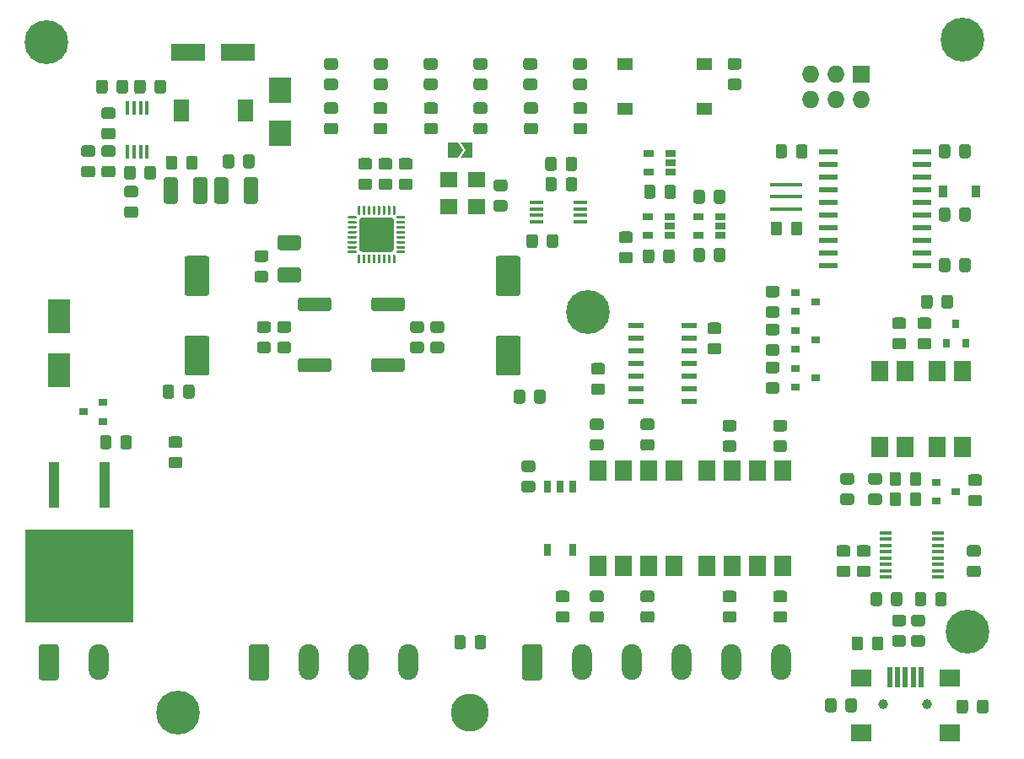
<source format=gbr>
G04 #@! TF.GenerationSoftware,KiCad,Pcbnew,(5.1.9)-1*
G04 #@! TF.CreationDate,2021-05-27T21:28:27+02:00*
G04 #@! TF.ProjectId,HPDriver,48504472-6976-4657-922e-6b696361645f,1.0*
G04 #@! TF.SameCoordinates,Original*
G04 #@! TF.FileFunction,Soldermask,Top*
G04 #@! TF.FilePolarity,Negative*
%FSLAX46Y46*%
G04 Gerber Fmt 4.6, Leading zero omitted, Abs format (unit mm)*
G04 Created by KiCad (PCBNEW (5.1.9)-1) date 2021-05-27 21:28:27*
%MOMM*%
%LPD*%
G01*
G04 APERTURE LIST*
%ADD10R,1.450000X0.450000*%
%ADD11R,0.900000X1.200000*%
%ADD12R,1.060000X0.650000*%
%ADD13R,2.300000X2.500000*%
%ADD14C,3.800000*%
%ADD15O,2.000000X3.600000*%
%ADD16O,1.727200X1.727200*%
%ADD17R,1.727200X1.727200*%
%ADD18C,4.400000*%
%ADD19R,10.800000X9.400000*%
%ADD20R,1.100000X4.600000*%
%ADD21R,1.200000X0.400000*%
%ADD22R,1.780000X2.000000*%
%ADD23R,3.200000X0.400000*%
%ADD24R,1.800000X1.540000*%
%ADD25R,1.500000X0.600000*%
%ADD26R,1.500000X2.200000*%
%ADD27R,0.900000X0.800000*%
%ADD28R,2.300000X3.500000*%
%ADD29R,3.500000X1.800000*%
%ADD30R,1.950000X0.600000*%
%ADD31R,0.800000X1.200000*%
%ADD32R,0.450000X1.450000*%
%ADD33R,1.550000X1.300000*%
%ADD34R,0.800000X0.900000*%
%ADD35C,0.100000*%
%ADD36C,1.000000*%
%ADD37R,2.000000X1.700000*%
%ADD38R,0.500000X2.000000*%
G04 APERTURE END LIST*
D10*
X137627000Y-86573000D03*
X137627000Y-85923000D03*
X137627000Y-85273000D03*
X137627000Y-84623000D03*
X142027000Y-84623000D03*
X142027000Y-85273000D03*
X142027000Y-85923000D03*
X142027000Y-86573000D03*
G36*
G01*
X179128000Y-90481999D02*
X179128000Y-91382001D01*
G75*
G02*
X178878001Y-91632000I-249999J0D01*
G01*
X178227999Y-91632000D01*
G75*
G02*
X177978000Y-91382001I0J249999D01*
G01*
X177978000Y-90481999D01*
G75*
G02*
X178227999Y-90232000I249999J0D01*
G01*
X178878001Y-90232000D01*
G75*
G02*
X179128000Y-90481999I0J-249999D01*
G01*
G37*
G36*
G01*
X181178000Y-90481999D02*
X181178000Y-91382001D01*
G75*
G02*
X180928001Y-91632000I-249999J0D01*
G01*
X180277999Y-91632000D01*
G75*
G02*
X180028000Y-91382001I0J249999D01*
G01*
X180028000Y-90481999D01*
G75*
G02*
X180277999Y-90232000I249999J0D01*
G01*
X180928001Y-90232000D01*
G75*
G02*
X181178000Y-90481999I0J-249999D01*
G01*
G37*
G36*
G01*
X163137000Y-87699001D02*
X163137000Y-86798999D01*
G75*
G02*
X163386999Y-86549000I249999J0D01*
G01*
X164037001Y-86549000D01*
G75*
G02*
X164287000Y-86798999I0J-249999D01*
G01*
X164287000Y-87699001D01*
G75*
G02*
X164037001Y-87949000I-249999J0D01*
G01*
X163386999Y-87949000D01*
G75*
G02*
X163137000Y-87699001I0J249999D01*
G01*
G37*
G36*
G01*
X161087000Y-87699001D02*
X161087000Y-86798999D01*
G75*
G02*
X161336999Y-86549000I249999J0D01*
G01*
X161987001Y-86549000D01*
G75*
G02*
X162237000Y-86798999I0J-249999D01*
G01*
X162237000Y-87699001D01*
G75*
G02*
X161987001Y-87949000I-249999J0D01*
G01*
X161336999Y-87949000D01*
G75*
G02*
X161087000Y-87699001I0J249999D01*
G01*
G37*
G36*
G01*
X179128000Y-85401999D02*
X179128000Y-86302001D01*
G75*
G02*
X178878001Y-86552000I-249999J0D01*
G01*
X178227999Y-86552000D01*
G75*
G02*
X177978000Y-86302001I0J249999D01*
G01*
X177978000Y-85401999D01*
G75*
G02*
X178227999Y-85152000I249999J0D01*
G01*
X178878001Y-85152000D01*
G75*
G02*
X179128000Y-85401999I0J-249999D01*
G01*
G37*
G36*
G01*
X181178000Y-85401999D02*
X181178000Y-86302001D01*
G75*
G02*
X180928001Y-86552000I-249999J0D01*
G01*
X180277999Y-86552000D01*
G75*
G02*
X180028000Y-86302001I0J249999D01*
G01*
X180028000Y-85401999D01*
G75*
G02*
X180277999Y-85152000I249999J0D01*
G01*
X180928001Y-85152000D01*
G75*
G02*
X181178000Y-85401999I0J-249999D01*
G01*
G37*
G36*
G01*
X140522000Y-81222001D02*
X140522000Y-80321999D01*
G75*
G02*
X140771999Y-80072000I249999J0D01*
G01*
X141422001Y-80072000D01*
G75*
G02*
X141672000Y-80321999I0J-249999D01*
G01*
X141672000Y-81222001D01*
G75*
G02*
X141422001Y-81472000I-249999J0D01*
G01*
X140771999Y-81472000D01*
G75*
G02*
X140522000Y-81222001I0J249999D01*
G01*
G37*
G36*
G01*
X138472000Y-81222001D02*
X138472000Y-80321999D01*
G75*
G02*
X138721999Y-80072000I249999J0D01*
G01*
X139372001Y-80072000D01*
G75*
G02*
X139622000Y-80321999I0J-249999D01*
G01*
X139622000Y-81222001D01*
G75*
G02*
X139372001Y-81472000I-249999J0D01*
G01*
X138721999Y-81472000D01*
G75*
G02*
X138472000Y-81222001I0J249999D01*
G01*
G37*
D11*
X178436000Y-83566000D03*
X181736000Y-83566000D03*
G36*
G01*
X138626000Y-88969001D02*
X138626000Y-88068999D01*
G75*
G02*
X138875999Y-87819000I249999J0D01*
G01*
X139526001Y-87819000D01*
G75*
G02*
X139776000Y-88068999I0J-249999D01*
G01*
X139776000Y-88969001D01*
G75*
G02*
X139526001Y-89219000I-249999J0D01*
G01*
X138875999Y-89219000D01*
G75*
G02*
X138626000Y-88969001I0J249999D01*
G01*
G37*
G36*
G01*
X136576000Y-88969001D02*
X136576000Y-88068999D01*
G75*
G02*
X136825999Y-87819000I249999J0D01*
G01*
X137476001Y-87819000D01*
G75*
G02*
X137726000Y-88068999I0J-249999D01*
G01*
X137726000Y-88969001D01*
G75*
G02*
X137476001Y-89219000I-249999J0D01*
G01*
X136825999Y-89219000D01*
G75*
G02*
X136576000Y-88969001I0J249999D01*
G01*
G37*
G36*
G01*
X140531000Y-83254001D02*
X140531000Y-82353999D01*
G75*
G02*
X140780999Y-82104000I249999J0D01*
G01*
X141431001Y-82104000D01*
G75*
G02*
X141681000Y-82353999I0J-249999D01*
G01*
X141681000Y-83254001D01*
G75*
G02*
X141431001Y-83504000I-249999J0D01*
G01*
X140780999Y-83504000D01*
G75*
G02*
X140531000Y-83254001I0J249999D01*
G01*
G37*
G36*
G01*
X138481000Y-83254001D02*
X138481000Y-82353999D01*
G75*
G02*
X138730999Y-82104000I249999J0D01*
G01*
X139381001Y-82104000D01*
G75*
G02*
X139631000Y-82353999I0J-249999D01*
G01*
X139631000Y-83254001D01*
G75*
G02*
X139381001Y-83504000I-249999J0D01*
G01*
X138730999Y-83504000D01*
G75*
G02*
X138481000Y-83254001I0J249999D01*
G01*
G37*
G36*
G01*
X124106400Y-95567000D02*
X121257600Y-95567000D01*
G75*
G02*
X121007000Y-95316400I0J250600D01*
G01*
X121007000Y-94417600D01*
G75*
G02*
X121257600Y-94167000I250600J0D01*
G01*
X124106400Y-94167000D01*
G75*
G02*
X124357000Y-94417600I0J-250600D01*
G01*
X124357000Y-95316400D01*
G75*
G02*
X124106400Y-95567000I-250600J0D01*
G01*
G37*
G36*
G01*
X124107001Y-101667000D02*
X121256999Y-101667000D01*
G75*
G02*
X121007000Y-101417001I0J249999D01*
G01*
X121007000Y-100516999D01*
G75*
G02*
X121256999Y-100267000I249999J0D01*
G01*
X124107001Y-100267000D01*
G75*
G02*
X124357000Y-100516999I0J-249999D01*
G01*
X124357000Y-101417001D01*
G75*
G02*
X124107001Y-101667000I-249999J0D01*
G01*
G37*
G36*
G01*
X116740400Y-95567000D02*
X113891600Y-95567000D01*
G75*
G02*
X113641000Y-95316400I0J250600D01*
G01*
X113641000Y-94417600D01*
G75*
G02*
X113891600Y-94167000I250600J0D01*
G01*
X116740400Y-94167000D01*
G75*
G02*
X116991000Y-94417600I0J-250600D01*
G01*
X116991000Y-95316400D01*
G75*
G02*
X116740400Y-95567000I-250600J0D01*
G01*
G37*
G36*
G01*
X116741001Y-101667000D02*
X113890999Y-101667000D01*
G75*
G02*
X113641000Y-101417001I0J249999D01*
G01*
X113641000Y-100516999D01*
G75*
G02*
X113890999Y-100267000I249999J0D01*
G01*
X116741001Y-100267000D01*
G75*
G02*
X116991000Y-100516999I0J-249999D01*
G01*
X116991000Y-101417001D01*
G75*
G02*
X116741001Y-101667000I-249999J0D01*
G01*
G37*
G36*
G01*
X155390000Y-84524001D02*
X155390000Y-83623999D01*
G75*
G02*
X155639999Y-83374000I249999J0D01*
G01*
X156290001Y-83374000D01*
G75*
G02*
X156540000Y-83623999I0J-249999D01*
G01*
X156540000Y-84524001D01*
G75*
G02*
X156290001Y-84774000I-249999J0D01*
G01*
X155639999Y-84774000D01*
G75*
G02*
X155390000Y-84524001I0J249999D01*
G01*
G37*
G36*
G01*
X153340000Y-84524001D02*
X153340000Y-83623999D01*
G75*
G02*
X153589999Y-83374000I249999J0D01*
G01*
X154240001Y-83374000D01*
G75*
G02*
X154490000Y-83623999I0J-249999D01*
G01*
X154490000Y-84524001D01*
G75*
G02*
X154240001Y-84774000I-249999J0D01*
G01*
X153589999Y-84774000D01*
G75*
G02*
X153340000Y-84524001I0J249999D01*
G01*
G37*
G36*
G01*
X146107999Y-89604000D02*
X147008001Y-89604000D01*
G75*
G02*
X147258000Y-89853999I0J-249999D01*
G01*
X147258000Y-90504001D01*
G75*
G02*
X147008001Y-90754000I-249999J0D01*
G01*
X146107999Y-90754000D01*
G75*
G02*
X145858000Y-90504001I0J249999D01*
G01*
X145858000Y-89853999D01*
G75*
G02*
X146107999Y-89604000I249999J0D01*
G01*
G37*
G36*
G01*
X146107999Y-87554000D02*
X147008001Y-87554000D01*
G75*
G02*
X147258000Y-87803999I0J-249999D01*
G01*
X147258000Y-88454001D01*
G75*
G02*
X147008001Y-88704000I-249999J0D01*
G01*
X146107999Y-88704000D01*
G75*
G02*
X145858000Y-88454001I0J249999D01*
G01*
X145858000Y-87803999D01*
G75*
G02*
X146107999Y-87554000I249999J0D01*
G01*
G37*
G36*
G01*
X150310000Y-90493001D02*
X150310000Y-89592999D01*
G75*
G02*
X150559999Y-89343000I249999J0D01*
G01*
X151210001Y-89343000D01*
G75*
G02*
X151460000Y-89592999I0J-249999D01*
G01*
X151460000Y-90493001D01*
G75*
G02*
X151210001Y-90743000I-249999J0D01*
G01*
X150559999Y-90743000D01*
G75*
G02*
X150310000Y-90493001I0J249999D01*
G01*
G37*
G36*
G01*
X148260000Y-90493001D02*
X148260000Y-89592999D01*
G75*
G02*
X148509999Y-89343000I249999J0D01*
G01*
X149160001Y-89343000D01*
G75*
G02*
X149410000Y-89592999I0J-249999D01*
G01*
X149410000Y-90493001D01*
G75*
G02*
X149160001Y-90743000I-249999J0D01*
G01*
X148509999Y-90743000D01*
G75*
G02*
X148260000Y-90493001I0J249999D01*
G01*
G37*
G36*
G01*
X155390000Y-90366001D02*
X155390000Y-89465999D01*
G75*
G02*
X155639999Y-89216000I249999J0D01*
G01*
X156290001Y-89216000D01*
G75*
G02*
X156540000Y-89465999I0J-249999D01*
G01*
X156540000Y-90366001D01*
G75*
G02*
X156290001Y-90616000I-249999J0D01*
G01*
X155639999Y-90616000D01*
G75*
G02*
X155390000Y-90366001I0J249999D01*
G01*
G37*
G36*
G01*
X153340000Y-90366001D02*
X153340000Y-89465999D01*
G75*
G02*
X153589999Y-89216000I249999J0D01*
G01*
X154240001Y-89216000D01*
G75*
G02*
X154490000Y-89465999I0J-249999D01*
G01*
X154490000Y-90366001D01*
G75*
G02*
X154240001Y-90616000I-249999J0D01*
G01*
X153589999Y-90616000D01*
G75*
G02*
X153340000Y-90366001I0J249999D01*
G01*
G37*
G36*
G01*
X150437000Y-84016001D02*
X150437000Y-83115999D01*
G75*
G02*
X150686999Y-82866000I249999J0D01*
G01*
X151337001Y-82866000D01*
G75*
G02*
X151587000Y-83115999I0J-249999D01*
G01*
X151587000Y-84016001D01*
G75*
G02*
X151337001Y-84266000I-249999J0D01*
G01*
X150686999Y-84266000D01*
G75*
G02*
X150437000Y-84016001I0J249999D01*
G01*
G37*
G36*
G01*
X148387000Y-84016001D02*
X148387000Y-83115999D01*
G75*
G02*
X148636999Y-82866000I249999J0D01*
G01*
X149287001Y-82866000D01*
G75*
G02*
X149537000Y-83115999I0J-249999D01*
G01*
X149537000Y-84016001D01*
G75*
G02*
X149287001Y-84266000I-249999J0D01*
G01*
X148636999Y-84266000D01*
G75*
G02*
X148387000Y-84016001I0J249999D01*
G01*
G37*
G36*
G01*
X162745000Y-79051999D02*
X162745000Y-79952001D01*
G75*
G02*
X162495001Y-80202000I-249999J0D01*
G01*
X161844999Y-80202000D01*
G75*
G02*
X161595000Y-79952001I0J249999D01*
G01*
X161595000Y-79051999D01*
G75*
G02*
X161844999Y-78802000I249999J0D01*
G01*
X162495001Y-78802000D01*
G75*
G02*
X162745000Y-79051999I0J-249999D01*
G01*
G37*
G36*
G01*
X164795000Y-79051999D02*
X164795000Y-79952001D01*
G75*
G02*
X164545001Y-80202000I-249999J0D01*
G01*
X163894999Y-80202000D01*
G75*
G02*
X163645000Y-79952001I0J249999D01*
G01*
X163645000Y-79051999D01*
G75*
G02*
X163894999Y-78802000I249999J0D01*
G01*
X164545001Y-78802000D01*
G75*
G02*
X164795000Y-79051999I0J-249999D01*
G01*
G37*
D12*
X148887000Y-81595000D03*
X148887000Y-79695000D03*
X151087000Y-79695000D03*
X151087000Y-80645000D03*
X151087000Y-81595000D03*
X153840000Y-87945000D03*
X153840000Y-86045000D03*
X156040000Y-86045000D03*
X156040000Y-86995000D03*
X156040000Y-87945000D03*
X148760000Y-87945000D03*
X148760000Y-86045000D03*
X150960000Y-86045000D03*
X150960000Y-86995000D03*
X150960000Y-87945000D03*
G36*
G01*
X172027001Y-115011000D02*
X171126999Y-115011000D01*
G75*
G02*
X170877000Y-114761001I0J249999D01*
G01*
X170877000Y-114110999D01*
G75*
G02*
X171126999Y-113861000I249999J0D01*
G01*
X172027001Y-113861000D01*
G75*
G02*
X172277000Y-114110999I0J-249999D01*
G01*
X172277000Y-114761001D01*
G75*
G02*
X172027001Y-115011000I-249999J0D01*
G01*
G37*
G36*
G01*
X172027001Y-112961000D02*
X171126999Y-112961000D01*
G75*
G02*
X170877000Y-112711001I0J249999D01*
G01*
X170877000Y-112060999D01*
G75*
G02*
X171126999Y-111811000I249999J0D01*
G01*
X172027001Y-111811000D01*
G75*
G02*
X172277000Y-112060999I0J-249999D01*
G01*
X172277000Y-112711001D01*
G75*
G02*
X172027001Y-112961000I-249999J0D01*
G01*
G37*
G36*
G01*
X169233001Y-112961000D02*
X168332999Y-112961000D01*
G75*
G02*
X168083000Y-112711001I0J249999D01*
G01*
X168083000Y-112060999D01*
G75*
G02*
X168332999Y-111811000I249999J0D01*
G01*
X169233001Y-111811000D01*
G75*
G02*
X169483000Y-112060999I0J-249999D01*
G01*
X169483000Y-112711001D01*
G75*
G02*
X169233001Y-112961000I-249999J0D01*
G01*
G37*
G36*
G01*
X169233001Y-115011000D02*
X168332999Y-115011000D01*
G75*
G02*
X168083000Y-114761001I0J249999D01*
G01*
X168083000Y-114110999D01*
G75*
G02*
X168332999Y-113861000I249999J0D01*
G01*
X169233001Y-113861000D01*
G75*
G02*
X169483000Y-114110999I0J-249999D01*
G01*
X169483000Y-114761001D01*
G75*
G02*
X169233001Y-115011000I-249999J0D01*
G01*
G37*
G36*
G01*
X100895999Y-110178000D02*
X101796001Y-110178000D01*
G75*
G02*
X102046000Y-110427999I0J-249999D01*
G01*
X102046000Y-111078001D01*
G75*
G02*
X101796001Y-111328000I-249999J0D01*
G01*
X100895999Y-111328000D01*
G75*
G02*
X100646000Y-111078001I0J249999D01*
G01*
X100646000Y-110427999D01*
G75*
G02*
X100895999Y-110178000I249999J0D01*
G01*
G37*
G36*
G01*
X100895999Y-108128000D02*
X101796001Y-108128000D01*
G75*
G02*
X102046000Y-108377999I0J-249999D01*
G01*
X102046000Y-109028001D01*
G75*
G02*
X101796001Y-109278000I-249999J0D01*
G01*
X100895999Y-109278000D01*
G75*
G02*
X100646000Y-109028001I0J249999D01*
G01*
X100646000Y-108377999D01*
G75*
G02*
X100895999Y-108128000I249999J0D01*
G01*
G37*
G36*
G01*
X130487000Y-128327999D02*
X130487000Y-129228001D01*
G75*
G02*
X130237001Y-129478000I-249999J0D01*
G01*
X129586999Y-129478000D01*
G75*
G02*
X129337000Y-129228001I0J249999D01*
G01*
X129337000Y-128327999D01*
G75*
G02*
X129586999Y-128078000I249999J0D01*
G01*
X130237001Y-128078000D01*
G75*
G02*
X130487000Y-128327999I0J-249999D01*
G01*
G37*
G36*
G01*
X132537000Y-128327999D02*
X132537000Y-129228001D01*
G75*
G02*
X132287001Y-129478000I-249999J0D01*
G01*
X131636999Y-129478000D01*
G75*
G02*
X131387000Y-129228001I0J249999D01*
G01*
X131387000Y-128327999D01*
G75*
G02*
X131636999Y-128078000I249999J0D01*
G01*
X132287001Y-128078000D01*
G75*
G02*
X132537000Y-128327999I0J-249999D01*
G01*
G37*
D13*
X111887000Y-73415000D03*
X111887000Y-77715000D03*
G36*
G01*
X167698000Y-134677999D02*
X167698000Y-135578001D01*
G75*
G02*
X167448001Y-135828000I-249999J0D01*
G01*
X166797999Y-135828000D01*
G75*
G02*
X166548000Y-135578001I0J249999D01*
G01*
X166548000Y-134677999D01*
G75*
G02*
X166797999Y-134428000I249999J0D01*
G01*
X167448001Y-134428000D01*
G75*
G02*
X167698000Y-134677999I0J-249999D01*
G01*
G37*
G36*
G01*
X169748000Y-134677999D02*
X169748000Y-135578001D01*
G75*
G02*
X169498001Y-135828000I-249999J0D01*
G01*
X168847999Y-135828000D01*
G75*
G02*
X168598000Y-135578001I0J249999D01*
G01*
X168598000Y-134677999D01*
G75*
G02*
X168847999Y-134428000I249999J0D01*
G01*
X169498001Y-134428000D01*
G75*
G02*
X169748000Y-134677999I0J-249999D01*
G01*
G37*
G36*
G01*
X181806000Y-135705001D02*
X181806000Y-134804999D01*
G75*
G02*
X182055999Y-134555000I249999J0D01*
G01*
X182706001Y-134555000D01*
G75*
G02*
X182956000Y-134804999I0J-249999D01*
G01*
X182956000Y-135705001D01*
G75*
G02*
X182706001Y-135955000I-249999J0D01*
G01*
X182055999Y-135955000D01*
G75*
G02*
X181806000Y-135705001I0J249999D01*
G01*
G37*
G36*
G01*
X179756000Y-135705001D02*
X179756000Y-134804999D01*
G75*
G02*
X180005999Y-134555000I249999J0D01*
G01*
X180656001Y-134555000D01*
G75*
G02*
X180906000Y-134804999I0J-249999D01*
G01*
X180906000Y-135705001D01*
G75*
G02*
X180656001Y-135955000I-249999J0D01*
G01*
X180005999Y-135955000D01*
G75*
G02*
X179756000Y-135705001I0J249999D01*
G01*
G37*
D14*
X130937000Y-135890000D03*
D15*
X162160000Y-130810000D03*
X157160000Y-130810000D03*
X152160000Y-130810000D03*
X147160000Y-130810000D03*
X142160000Y-130810000D03*
G36*
G01*
X136160000Y-132360000D02*
X136160000Y-129260000D01*
G75*
G02*
X136410000Y-129010000I250000J0D01*
G01*
X137910000Y-129010000D01*
G75*
G02*
X138160000Y-129260000I0J-250000D01*
G01*
X138160000Y-132360000D01*
G75*
G02*
X137910000Y-132610000I-250000J0D01*
G01*
X136410000Y-132610000D01*
G75*
G02*
X136160000Y-132360000I0J250000D01*
G01*
G37*
X124728000Y-130810000D03*
X119728000Y-130810000D03*
X114728000Y-130810000D03*
G36*
G01*
X108728000Y-132360000D02*
X108728000Y-129260000D01*
G75*
G02*
X108978000Y-129010000I250000J0D01*
G01*
X110478000Y-129010000D01*
G75*
G02*
X110728000Y-129260000I0J-250000D01*
G01*
X110728000Y-132360000D01*
G75*
G02*
X110478000Y-132610000I-250000J0D01*
G01*
X108978000Y-132610000D01*
G75*
G02*
X108728000Y-132360000I0J250000D01*
G01*
G37*
X93646000Y-130810000D03*
G36*
G01*
X87646000Y-132360000D02*
X87646000Y-129260000D01*
G75*
G02*
X87896000Y-129010000I250000J0D01*
G01*
X89396000Y-129010000D01*
G75*
G02*
X89646000Y-129260000I0J-250000D01*
G01*
X89646000Y-132360000D01*
G75*
G02*
X89396000Y-132610000I-250000J0D01*
G01*
X87896000Y-132610000D01*
G75*
G02*
X87646000Y-132360000I0J250000D01*
G01*
G37*
G36*
G01*
X104505000Y-94012000D02*
X102505000Y-94012000D01*
G75*
G02*
X102255000Y-93762000I0J250000D01*
G01*
X102255000Y-90262000D01*
G75*
G02*
X102505000Y-90012000I250000J0D01*
G01*
X104505000Y-90012000D01*
G75*
G02*
X104755000Y-90262000I0J-250000D01*
G01*
X104755000Y-93762000D01*
G75*
G02*
X104505000Y-94012000I-250000J0D01*
G01*
G37*
G36*
G01*
X104505000Y-102012000D02*
X102505000Y-102012000D01*
G75*
G02*
X102255000Y-101762000I0J250000D01*
G01*
X102255000Y-98262000D01*
G75*
G02*
X102505000Y-98012000I250000J0D01*
G01*
X104505000Y-98012000D01*
G75*
G02*
X104755000Y-98262000I0J-250000D01*
G01*
X104755000Y-101762000D01*
G75*
G02*
X104505000Y-102012000I-250000J0D01*
G01*
G37*
D16*
X165100000Y-74295000D03*
X165100000Y-71755000D03*
X167640000Y-74295000D03*
X167640000Y-71755000D03*
X170180000Y-74295000D03*
D17*
X170180000Y-71755000D03*
G36*
G01*
X137483001Y-75750000D02*
X136582999Y-75750000D01*
G75*
G02*
X136333000Y-75500001I0J249999D01*
G01*
X136333000Y-74849999D01*
G75*
G02*
X136582999Y-74600000I249999J0D01*
G01*
X137483001Y-74600000D01*
G75*
G02*
X137733000Y-74849999I0J-249999D01*
G01*
X137733000Y-75500001D01*
G75*
G02*
X137483001Y-75750000I-249999J0D01*
G01*
G37*
G36*
G01*
X137483001Y-77800000D02*
X136582999Y-77800000D01*
G75*
G02*
X136333000Y-77550001I0J249999D01*
G01*
X136333000Y-76899999D01*
G75*
G02*
X136582999Y-76650000I249999J0D01*
G01*
X137483001Y-76650000D01*
G75*
G02*
X137733000Y-76899999I0J-249999D01*
G01*
X137733000Y-77550001D01*
G75*
G02*
X137483001Y-77800000I-249999J0D01*
G01*
G37*
G36*
G01*
X132403001Y-75750000D02*
X131502999Y-75750000D01*
G75*
G02*
X131253000Y-75500001I0J249999D01*
G01*
X131253000Y-74849999D01*
G75*
G02*
X131502999Y-74600000I249999J0D01*
G01*
X132403001Y-74600000D01*
G75*
G02*
X132653000Y-74849999I0J-249999D01*
G01*
X132653000Y-75500001D01*
G75*
G02*
X132403001Y-75750000I-249999J0D01*
G01*
G37*
G36*
G01*
X132403001Y-77800000D02*
X131502999Y-77800000D01*
G75*
G02*
X131253000Y-77550001I0J249999D01*
G01*
X131253000Y-76899999D01*
G75*
G02*
X131502999Y-76650000I249999J0D01*
G01*
X132403001Y-76650000D01*
G75*
G02*
X132653000Y-76899999I0J-249999D01*
G01*
X132653000Y-77550001D01*
G75*
G02*
X132403001Y-77800000I-249999J0D01*
G01*
G37*
G36*
G01*
X136516999Y-72205000D02*
X137417001Y-72205000D01*
G75*
G02*
X137667000Y-72454999I0J-249999D01*
G01*
X137667000Y-73105001D01*
G75*
G02*
X137417001Y-73355000I-249999J0D01*
G01*
X136516999Y-73355000D01*
G75*
G02*
X136267000Y-73105001I0J249999D01*
G01*
X136267000Y-72454999D01*
G75*
G02*
X136516999Y-72205000I249999J0D01*
G01*
G37*
G36*
G01*
X136516999Y-70155000D02*
X137417001Y-70155000D01*
G75*
G02*
X137667000Y-70404999I0J-249999D01*
G01*
X137667000Y-71055001D01*
G75*
G02*
X137417001Y-71305000I-249999J0D01*
G01*
X136516999Y-71305000D01*
G75*
G02*
X136267000Y-71055001I0J249999D01*
G01*
X136267000Y-70404999D01*
G75*
G02*
X136516999Y-70155000I249999J0D01*
G01*
G37*
G36*
G01*
X131516999Y-72205000D02*
X132417001Y-72205000D01*
G75*
G02*
X132667000Y-72454999I0J-249999D01*
G01*
X132667000Y-73105001D01*
G75*
G02*
X132417001Y-73355000I-249999J0D01*
G01*
X131516999Y-73355000D01*
G75*
G02*
X131267000Y-73105001I0J249999D01*
G01*
X131267000Y-72454999D01*
G75*
G02*
X131516999Y-72205000I249999J0D01*
G01*
G37*
G36*
G01*
X131516999Y-70155000D02*
X132417001Y-70155000D01*
G75*
G02*
X132667000Y-70404999I0J-249999D01*
G01*
X132667000Y-71055001D01*
G75*
G02*
X132417001Y-71305000I-249999J0D01*
G01*
X131516999Y-71305000D01*
G75*
G02*
X131267000Y-71055001I0J249999D01*
G01*
X131267000Y-70404999D01*
G75*
G02*
X131516999Y-70155000I249999J0D01*
G01*
G37*
D18*
X180340000Y-68326000D03*
X88392000Y-68580000D03*
X142748000Y-95631000D03*
X180848000Y-127762000D03*
X101600000Y-135890000D03*
D19*
X91694000Y-122120000D03*
D20*
X89154000Y-112970000D03*
X94234000Y-112970000D03*
G36*
G01*
X106667000Y-82364000D02*
X106667000Y-84514000D01*
G75*
G02*
X106417000Y-84764000I-250000J0D01*
G01*
X105492000Y-84764000D01*
G75*
G02*
X105242000Y-84514000I0J250000D01*
G01*
X105242000Y-82364000D01*
G75*
G02*
X105492000Y-82114000I250000J0D01*
G01*
X106417000Y-82114000D01*
G75*
G02*
X106667000Y-82364000I0J-250000D01*
G01*
G37*
G36*
G01*
X109642000Y-82364000D02*
X109642000Y-84514000D01*
G75*
G02*
X109392000Y-84764000I-250000J0D01*
G01*
X108467000Y-84764000D01*
G75*
G02*
X108217000Y-84514000I0J250000D01*
G01*
X108217000Y-82364000D01*
G75*
G02*
X108467000Y-82114000I250000J0D01*
G01*
X109392000Y-82114000D01*
G75*
G02*
X109642000Y-82364000I0J-250000D01*
G01*
G37*
G36*
G01*
X103137000Y-84514000D02*
X103137000Y-82364000D01*
G75*
G02*
X103387000Y-82114000I250000J0D01*
G01*
X104312000Y-82114000D01*
G75*
G02*
X104562000Y-82364000I0J-250000D01*
G01*
X104562000Y-84514000D01*
G75*
G02*
X104312000Y-84764000I-250000J0D01*
G01*
X103387000Y-84764000D01*
G75*
G02*
X103137000Y-84514000I0J250000D01*
G01*
G37*
G36*
G01*
X100162000Y-84514000D02*
X100162000Y-82364000D01*
G75*
G02*
X100412000Y-82114000I250000J0D01*
G01*
X101337000Y-82114000D01*
G75*
G02*
X101587000Y-82364000I0J-250000D01*
G01*
X101587000Y-84514000D01*
G75*
G02*
X101337000Y-84764000I-250000J0D01*
G01*
X100412000Y-84764000D01*
G75*
G02*
X100162000Y-84514000I0J250000D01*
G01*
G37*
G36*
G01*
X98249000Y-82111001D02*
X98249000Y-81210999D01*
G75*
G02*
X98498999Y-80961000I249999J0D01*
G01*
X99149001Y-80961000D01*
G75*
G02*
X99399000Y-81210999I0J-249999D01*
G01*
X99399000Y-82111001D01*
G75*
G02*
X99149001Y-82361000I-249999J0D01*
G01*
X98498999Y-82361000D01*
G75*
G02*
X98249000Y-82111001I0J249999D01*
G01*
G37*
G36*
G01*
X96199000Y-82111001D02*
X96199000Y-81210999D01*
G75*
G02*
X96448999Y-80961000I249999J0D01*
G01*
X97099001Y-80961000D01*
G75*
G02*
X97349000Y-81210999I0J-249999D01*
G01*
X97349000Y-82111001D01*
G75*
G02*
X97099001Y-82361000I-249999J0D01*
G01*
X96448999Y-82361000D01*
G75*
G02*
X96199000Y-82111001I0J249999D01*
G01*
G37*
G36*
G01*
X99256000Y-73475001D02*
X99256000Y-72574999D01*
G75*
G02*
X99505999Y-72325000I249999J0D01*
G01*
X100156001Y-72325000D01*
G75*
G02*
X100406000Y-72574999I0J-249999D01*
G01*
X100406000Y-73475001D01*
G75*
G02*
X100156001Y-73725000I-249999J0D01*
G01*
X99505999Y-73725000D01*
G75*
G02*
X99256000Y-73475001I0J249999D01*
G01*
G37*
G36*
G01*
X97206000Y-73475001D02*
X97206000Y-72574999D01*
G75*
G02*
X97455999Y-72325000I249999J0D01*
G01*
X98106001Y-72325000D01*
G75*
G02*
X98356000Y-72574999I0J-249999D01*
G01*
X98356000Y-73475001D01*
G75*
G02*
X98106001Y-73725000I-249999J0D01*
G01*
X97455999Y-73725000D01*
G75*
G02*
X97206000Y-73475001I0J249999D01*
G01*
G37*
D21*
X172660000Y-122237500D03*
X172660000Y-121602500D03*
X172660000Y-120967500D03*
X172660000Y-120332500D03*
X172660000Y-119697500D03*
X172660000Y-119062500D03*
X172660000Y-118427500D03*
X172660000Y-117792500D03*
X177860000Y-117792500D03*
X177860000Y-118427500D03*
X177860000Y-119062500D03*
X177860000Y-119697500D03*
X177860000Y-120332500D03*
X177860000Y-120967500D03*
X177860000Y-121602500D03*
X177860000Y-122237500D03*
D22*
X174625000Y-109220000D03*
X172085000Y-101600000D03*
X172085000Y-109220000D03*
X174625000Y-101600000D03*
X177800000Y-101600000D03*
X180340000Y-109220000D03*
X180340000Y-101600000D03*
X177800000Y-109220000D03*
G36*
G01*
X181159999Y-113988000D02*
X182060001Y-113988000D01*
G75*
G02*
X182310000Y-114237999I0J-249999D01*
G01*
X182310000Y-114888001D01*
G75*
G02*
X182060001Y-115138000I-249999J0D01*
G01*
X181159999Y-115138000D01*
G75*
G02*
X180910000Y-114888001I0J249999D01*
G01*
X180910000Y-114237999D01*
G75*
G02*
X181159999Y-113988000I249999J0D01*
G01*
G37*
G36*
G01*
X181159999Y-111938000D02*
X182060001Y-111938000D01*
G75*
G02*
X182310000Y-112187999I0J-249999D01*
G01*
X182310000Y-112838001D01*
G75*
G02*
X182060001Y-113088000I-249999J0D01*
G01*
X181159999Y-113088000D01*
G75*
G02*
X180910000Y-112838001I0J249999D01*
G01*
X180910000Y-112187999D01*
G75*
G02*
X181159999Y-111938000I249999J0D01*
G01*
G37*
D23*
X162687000Y-82874000D03*
X162687000Y-84074000D03*
X162687000Y-85274000D03*
D24*
X128775000Y-85033000D03*
X128775000Y-82353000D03*
X131575000Y-82353000D03*
X131575000Y-85033000D03*
D25*
X152941000Y-97028000D03*
X152941000Y-98298000D03*
X152941000Y-99568000D03*
X152941000Y-100838000D03*
X152941000Y-102108000D03*
X152941000Y-103378000D03*
X152941000Y-104648000D03*
X147541000Y-104648000D03*
X147541000Y-103378000D03*
X147541000Y-102108000D03*
X147541000Y-100838000D03*
X147541000Y-99568000D03*
X147541000Y-98298000D03*
X147541000Y-97028000D03*
D26*
X108356000Y-75438000D03*
X101956000Y-75438000D03*
D27*
X92091000Y-105664000D03*
X94091000Y-104714000D03*
X94091000Y-106614000D03*
D28*
X89662000Y-96106000D03*
X89662000Y-101506000D03*
D29*
X107656000Y-69596000D03*
X102656000Y-69596000D03*
G36*
G01*
X167951999Y-121100000D02*
X168852001Y-121100000D01*
G75*
G02*
X169102000Y-121349999I0J-249999D01*
G01*
X169102000Y-122000001D01*
G75*
G02*
X168852001Y-122250000I-249999J0D01*
G01*
X167951999Y-122250000D01*
G75*
G02*
X167702000Y-122000001I0J249999D01*
G01*
X167702000Y-121349999D01*
G75*
G02*
X167951999Y-121100000I249999J0D01*
G01*
G37*
G36*
G01*
X167951999Y-119050000D02*
X168852001Y-119050000D01*
G75*
G02*
X169102000Y-119299999I0J-249999D01*
G01*
X169102000Y-119950001D01*
G75*
G02*
X168852001Y-120200000I-249999J0D01*
G01*
X167951999Y-120200000D01*
G75*
G02*
X167702000Y-119950001I0J249999D01*
G01*
X167702000Y-119299999D01*
G75*
G02*
X167951999Y-119050000I249999J0D01*
G01*
G37*
G36*
G01*
X135747000Y-94012000D02*
X133747000Y-94012000D01*
G75*
G02*
X133497000Y-93762000I0J250000D01*
G01*
X133497000Y-90262000D01*
G75*
G02*
X133747000Y-90012000I250000J0D01*
G01*
X135747000Y-90012000D01*
G75*
G02*
X135997000Y-90262000I0J-250000D01*
G01*
X135997000Y-93762000D01*
G75*
G02*
X135747000Y-94012000I-250000J0D01*
G01*
G37*
G36*
G01*
X135747000Y-102012000D02*
X133747000Y-102012000D01*
G75*
G02*
X133497000Y-101762000I0J250000D01*
G01*
X133497000Y-98262000D01*
G75*
G02*
X133747000Y-98012000I250000J0D01*
G01*
X135747000Y-98012000D01*
G75*
G02*
X135997000Y-98262000I0J-250000D01*
G01*
X135997000Y-101762000D01*
G75*
G02*
X135747000Y-102012000I-250000J0D01*
G01*
G37*
G36*
G01*
X113700500Y-89422000D02*
X111851500Y-89422000D01*
G75*
G02*
X111601000Y-89171500I0J250500D01*
G01*
X111601000Y-88172500D01*
G75*
G02*
X111851500Y-87922000I250500J0D01*
G01*
X113700500Y-87922000D01*
G75*
G02*
X113951000Y-88172500I0J-250500D01*
G01*
X113951000Y-89171500D01*
G75*
G02*
X113700500Y-89422000I-250500J0D01*
G01*
G37*
G36*
G01*
X113701000Y-92672000D02*
X111851000Y-92672000D01*
G75*
G02*
X111601000Y-92422000I0J250000D01*
G01*
X111601000Y-91422000D01*
G75*
G02*
X111851000Y-91172000I250000J0D01*
G01*
X113701000Y-91172000D01*
G75*
G02*
X113951000Y-91422000I0J-250000D01*
G01*
X113951000Y-92422000D01*
G75*
G02*
X113701000Y-92672000I-250000J0D01*
G01*
G37*
D30*
X176277000Y-79519000D03*
X176277000Y-80789000D03*
X176277000Y-82059000D03*
X176277000Y-83329000D03*
X176277000Y-84599000D03*
X176277000Y-85869000D03*
X176277000Y-87139000D03*
X176277000Y-88409000D03*
X176277000Y-89679000D03*
X176277000Y-90949000D03*
X166877000Y-90949000D03*
X166877000Y-89679000D03*
X166877000Y-88409000D03*
X166877000Y-87139000D03*
X166877000Y-85869000D03*
X166877000Y-84599000D03*
X166877000Y-83329000D03*
X166877000Y-82059000D03*
X166877000Y-80789000D03*
X166877000Y-79519000D03*
D22*
X162306000Y-121097000D03*
X154686000Y-111567000D03*
X159766000Y-121097000D03*
X157226000Y-111567000D03*
X157226000Y-121097000D03*
X159766000Y-111567000D03*
X154686000Y-121097000D03*
X162306000Y-111567000D03*
X143764000Y-111567000D03*
X151384000Y-121097000D03*
X146304000Y-111567000D03*
X148844000Y-121097000D03*
X148844000Y-111567000D03*
X146304000Y-121097000D03*
X151384000Y-111567000D03*
X143764000Y-121097000D03*
D31*
X139954000Y-113182000D03*
X138684000Y-119482000D03*
X141224000Y-113182000D03*
X141224000Y-119482000D03*
X138684000Y-113182000D03*
G36*
G01*
X119664000Y-85814500D02*
X119664000Y-85064500D01*
G75*
G02*
X119726500Y-85002000I62500J0D01*
G01*
X119851500Y-85002000D01*
G75*
G02*
X119914000Y-85064500I0J-62500D01*
G01*
X119914000Y-85814500D01*
G75*
G02*
X119851500Y-85877000I-62500J0D01*
G01*
X119726500Y-85877000D01*
G75*
G02*
X119664000Y-85814500I0J62500D01*
G01*
G37*
G36*
G01*
X120164000Y-85814500D02*
X120164000Y-85064500D01*
G75*
G02*
X120226500Y-85002000I62500J0D01*
G01*
X120351500Y-85002000D01*
G75*
G02*
X120414000Y-85064500I0J-62500D01*
G01*
X120414000Y-85814500D01*
G75*
G02*
X120351500Y-85877000I-62500J0D01*
G01*
X120226500Y-85877000D01*
G75*
G02*
X120164000Y-85814500I0J62500D01*
G01*
G37*
G36*
G01*
X120664000Y-85814500D02*
X120664000Y-85064500D01*
G75*
G02*
X120726500Y-85002000I62500J0D01*
G01*
X120851500Y-85002000D01*
G75*
G02*
X120914000Y-85064500I0J-62500D01*
G01*
X120914000Y-85814500D01*
G75*
G02*
X120851500Y-85877000I-62500J0D01*
G01*
X120726500Y-85877000D01*
G75*
G02*
X120664000Y-85814500I0J62500D01*
G01*
G37*
G36*
G01*
X121164000Y-85814500D02*
X121164000Y-85064500D01*
G75*
G02*
X121226500Y-85002000I62500J0D01*
G01*
X121351500Y-85002000D01*
G75*
G02*
X121414000Y-85064500I0J-62500D01*
G01*
X121414000Y-85814500D01*
G75*
G02*
X121351500Y-85877000I-62500J0D01*
G01*
X121226500Y-85877000D01*
G75*
G02*
X121164000Y-85814500I0J62500D01*
G01*
G37*
G36*
G01*
X121664000Y-85814500D02*
X121664000Y-85064500D01*
G75*
G02*
X121726500Y-85002000I62500J0D01*
G01*
X121851500Y-85002000D01*
G75*
G02*
X121914000Y-85064500I0J-62500D01*
G01*
X121914000Y-85814500D01*
G75*
G02*
X121851500Y-85877000I-62500J0D01*
G01*
X121726500Y-85877000D01*
G75*
G02*
X121664000Y-85814500I0J62500D01*
G01*
G37*
G36*
G01*
X122164000Y-85814500D02*
X122164000Y-85064500D01*
G75*
G02*
X122226500Y-85002000I62500J0D01*
G01*
X122351500Y-85002000D01*
G75*
G02*
X122414000Y-85064500I0J-62500D01*
G01*
X122414000Y-85814500D01*
G75*
G02*
X122351500Y-85877000I-62500J0D01*
G01*
X122226500Y-85877000D01*
G75*
G02*
X122164000Y-85814500I0J62500D01*
G01*
G37*
G36*
G01*
X122664000Y-85814500D02*
X122664000Y-85064500D01*
G75*
G02*
X122726500Y-85002000I62500J0D01*
G01*
X122851500Y-85002000D01*
G75*
G02*
X122914000Y-85064500I0J-62500D01*
G01*
X122914000Y-85814500D01*
G75*
G02*
X122851500Y-85877000I-62500J0D01*
G01*
X122726500Y-85877000D01*
G75*
G02*
X122664000Y-85814500I0J62500D01*
G01*
G37*
G36*
G01*
X123164000Y-85814500D02*
X123164000Y-85064500D01*
G75*
G02*
X123226500Y-85002000I62500J0D01*
G01*
X123351500Y-85002000D01*
G75*
G02*
X123414000Y-85064500I0J-62500D01*
G01*
X123414000Y-85814500D01*
G75*
G02*
X123351500Y-85877000I-62500J0D01*
G01*
X123226500Y-85877000D01*
G75*
G02*
X123164000Y-85814500I0J62500D01*
G01*
G37*
G36*
G01*
X123539000Y-86189500D02*
X123539000Y-86064500D01*
G75*
G02*
X123601500Y-86002000I62500J0D01*
G01*
X124351500Y-86002000D01*
G75*
G02*
X124414000Y-86064500I0J-62500D01*
G01*
X124414000Y-86189500D01*
G75*
G02*
X124351500Y-86252000I-62500J0D01*
G01*
X123601500Y-86252000D01*
G75*
G02*
X123539000Y-86189500I0J62500D01*
G01*
G37*
G36*
G01*
X123539000Y-86689500D02*
X123539000Y-86564500D01*
G75*
G02*
X123601500Y-86502000I62500J0D01*
G01*
X124351500Y-86502000D01*
G75*
G02*
X124414000Y-86564500I0J-62500D01*
G01*
X124414000Y-86689500D01*
G75*
G02*
X124351500Y-86752000I-62500J0D01*
G01*
X123601500Y-86752000D01*
G75*
G02*
X123539000Y-86689500I0J62500D01*
G01*
G37*
G36*
G01*
X123539000Y-87189500D02*
X123539000Y-87064500D01*
G75*
G02*
X123601500Y-87002000I62500J0D01*
G01*
X124351500Y-87002000D01*
G75*
G02*
X124414000Y-87064500I0J-62500D01*
G01*
X124414000Y-87189500D01*
G75*
G02*
X124351500Y-87252000I-62500J0D01*
G01*
X123601500Y-87252000D01*
G75*
G02*
X123539000Y-87189500I0J62500D01*
G01*
G37*
G36*
G01*
X123539000Y-87689500D02*
X123539000Y-87564500D01*
G75*
G02*
X123601500Y-87502000I62500J0D01*
G01*
X124351500Y-87502000D01*
G75*
G02*
X124414000Y-87564500I0J-62500D01*
G01*
X124414000Y-87689500D01*
G75*
G02*
X124351500Y-87752000I-62500J0D01*
G01*
X123601500Y-87752000D01*
G75*
G02*
X123539000Y-87689500I0J62500D01*
G01*
G37*
G36*
G01*
X123539000Y-88189500D02*
X123539000Y-88064500D01*
G75*
G02*
X123601500Y-88002000I62500J0D01*
G01*
X124351500Y-88002000D01*
G75*
G02*
X124414000Y-88064500I0J-62500D01*
G01*
X124414000Y-88189500D01*
G75*
G02*
X124351500Y-88252000I-62500J0D01*
G01*
X123601500Y-88252000D01*
G75*
G02*
X123539000Y-88189500I0J62500D01*
G01*
G37*
G36*
G01*
X123539000Y-88689500D02*
X123539000Y-88564500D01*
G75*
G02*
X123601500Y-88502000I62500J0D01*
G01*
X124351500Y-88502000D01*
G75*
G02*
X124414000Y-88564500I0J-62500D01*
G01*
X124414000Y-88689500D01*
G75*
G02*
X124351500Y-88752000I-62500J0D01*
G01*
X123601500Y-88752000D01*
G75*
G02*
X123539000Y-88689500I0J62500D01*
G01*
G37*
G36*
G01*
X123539000Y-89189500D02*
X123539000Y-89064500D01*
G75*
G02*
X123601500Y-89002000I62500J0D01*
G01*
X124351500Y-89002000D01*
G75*
G02*
X124414000Y-89064500I0J-62500D01*
G01*
X124414000Y-89189500D01*
G75*
G02*
X124351500Y-89252000I-62500J0D01*
G01*
X123601500Y-89252000D01*
G75*
G02*
X123539000Y-89189500I0J62500D01*
G01*
G37*
G36*
G01*
X123539000Y-89689500D02*
X123539000Y-89564500D01*
G75*
G02*
X123601500Y-89502000I62500J0D01*
G01*
X124351500Y-89502000D01*
G75*
G02*
X124414000Y-89564500I0J-62500D01*
G01*
X124414000Y-89689500D01*
G75*
G02*
X124351500Y-89752000I-62500J0D01*
G01*
X123601500Y-89752000D01*
G75*
G02*
X123539000Y-89689500I0J62500D01*
G01*
G37*
G36*
G01*
X123164000Y-90689500D02*
X123164000Y-89939500D01*
G75*
G02*
X123226500Y-89877000I62500J0D01*
G01*
X123351500Y-89877000D01*
G75*
G02*
X123414000Y-89939500I0J-62500D01*
G01*
X123414000Y-90689500D01*
G75*
G02*
X123351500Y-90752000I-62500J0D01*
G01*
X123226500Y-90752000D01*
G75*
G02*
X123164000Y-90689500I0J62500D01*
G01*
G37*
G36*
G01*
X122664000Y-90689500D02*
X122664000Y-89939500D01*
G75*
G02*
X122726500Y-89877000I62500J0D01*
G01*
X122851500Y-89877000D01*
G75*
G02*
X122914000Y-89939500I0J-62500D01*
G01*
X122914000Y-90689500D01*
G75*
G02*
X122851500Y-90752000I-62500J0D01*
G01*
X122726500Y-90752000D01*
G75*
G02*
X122664000Y-90689500I0J62500D01*
G01*
G37*
G36*
G01*
X122164000Y-90689500D02*
X122164000Y-89939500D01*
G75*
G02*
X122226500Y-89877000I62500J0D01*
G01*
X122351500Y-89877000D01*
G75*
G02*
X122414000Y-89939500I0J-62500D01*
G01*
X122414000Y-90689500D01*
G75*
G02*
X122351500Y-90752000I-62500J0D01*
G01*
X122226500Y-90752000D01*
G75*
G02*
X122164000Y-90689500I0J62500D01*
G01*
G37*
G36*
G01*
X121664000Y-90689500D02*
X121664000Y-89939500D01*
G75*
G02*
X121726500Y-89877000I62500J0D01*
G01*
X121851500Y-89877000D01*
G75*
G02*
X121914000Y-89939500I0J-62500D01*
G01*
X121914000Y-90689500D01*
G75*
G02*
X121851500Y-90752000I-62500J0D01*
G01*
X121726500Y-90752000D01*
G75*
G02*
X121664000Y-90689500I0J62500D01*
G01*
G37*
G36*
G01*
X121164000Y-90689500D02*
X121164000Y-89939500D01*
G75*
G02*
X121226500Y-89877000I62500J0D01*
G01*
X121351500Y-89877000D01*
G75*
G02*
X121414000Y-89939500I0J-62500D01*
G01*
X121414000Y-90689500D01*
G75*
G02*
X121351500Y-90752000I-62500J0D01*
G01*
X121226500Y-90752000D01*
G75*
G02*
X121164000Y-90689500I0J62500D01*
G01*
G37*
G36*
G01*
X120664000Y-90689500D02*
X120664000Y-89939500D01*
G75*
G02*
X120726500Y-89877000I62500J0D01*
G01*
X120851500Y-89877000D01*
G75*
G02*
X120914000Y-89939500I0J-62500D01*
G01*
X120914000Y-90689500D01*
G75*
G02*
X120851500Y-90752000I-62500J0D01*
G01*
X120726500Y-90752000D01*
G75*
G02*
X120664000Y-90689500I0J62500D01*
G01*
G37*
G36*
G01*
X120164000Y-90689500D02*
X120164000Y-89939500D01*
G75*
G02*
X120226500Y-89877000I62500J0D01*
G01*
X120351500Y-89877000D01*
G75*
G02*
X120414000Y-89939500I0J-62500D01*
G01*
X120414000Y-90689500D01*
G75*
G02*
X120351500Y-90752000I-62500J0D01*
G01*
X120226500Y-90752000D01*
G75*
G02*
X120164000Y-90689500I0J62500D01*
G01*
G37*
G36*
G01*
X119664000Y-90689500D02*
X119664000Y-89939500D01*
G75*
G02*
X119726500Y-89877000I62500J0D01*
G01*
X119851500Y-89877000D01*
G75*
G02*
X119914000Y-89939500I0J-62500D01*
G01*
X119914000Y-90689500D01*
G75*
G02*
X119851500Y-90752000I-62500J0D01*
G01*
X119726500Y-90752000D01*
G75*
G02*
X119664000Y-90689500I0J62500D01*
G01*
G37*
G36*
G01*
X118664000Y-89689500D02*
X118664000Y-89564500D01*
G75*
G02*
X118726500Y-89502000I62500J0D01*
G01*
X119476500Y-89502000D01*
G75*
G02*
X119539000Y-89564500I0J-62500D01*
G01*
X119539000Y-89689500D01*
G75*
G02*
X119476500Y-89752000I-62500J0D01*
G01*
X118726500Y-89752000D01*
G75*
G02*
X118664000Y-89689500I0J62500D01*
G01*
G37*
G36*
G01*
X118664000Y-89189500D02*
X118664000Y-89064500D01*
G75*
G02*
X118726500Y-89002000I62500J0D01*
G01*
X119476500Y-89002000D01*
G75*
G02*
X119539000Y-89064500I0J-62500D01*
G01*
X119539000Y-89189500D01*
G75*
G02*
X119476500Y-89252000I-62500J0D01*
G01*
X118726500Y-89252000D01*
G75*
G02*
X118664000Y-89189500I0J62500D01*
G01*
G37*
G36*
G01*
X118664000Y-88689500D02*
X118664000Y-88564500D01*
G75*
G02*
X118726500Y-88502000I62500J0D01*
G01*
X119476500Y-88502000D01*
G75*
G02*
X119539000Y-88564500I0J-62500D01*
G01*
X119539000Y-88689500D01*
G75*
G02*
X119476500Y-88752000I-62500J0D01*
G01*
X118726500Y-88752000D01*
G75*
G02*
X118664000Y-88689500I0J62500D01*
G01*
G37*
G36*
G01*
X118664000Y-88189500D02*
X118664000Y-88064500D01*
G75*
G02*
X118726500Y-88002000I62500J0D01*
G01*
X119476500Y-88002000D01*
G75*
G02*
X119539000Y-88064500I0J-62500D01*
G01*
X119539000Y-88189500D01*
G75*
G02*
X119476500Y-88252000I-62500J0D01*
G01*
X118726500Y-88252000D01*
G75*
G02*
X118664000Y-88189500I0J62500D01*
G01*
G37*
G36*
G01*
X118664000Y-87689500D02*
X118664000Y-87564500D01*
G75*
G02*
X118726500Y-87502000I62500J0D01*
G01*
X119476500Y-87502000D01*
G75*
G02*
X119539000Y-87564500I0J-62500D01*
G01*
X119539000Y-87689500D01*
G75*
G02*
X119476500Y-87752000I-62500J0D01*
G01*
X118726500Y-87752000D01*
G75*
G02*
X118664000Y-87689500I0J62500D01*
G01*
G37*
G36*
G01*
X118664000Y-87189500D02*
X118664000Y-87064500D01*
G75*
G02*
X118726500Y-87002000I62500J0D01*
G01*
X119476500Y-87002000D01*
G75*
G02*
X119539000Y-87064500I0J-62500D01*
G01*
X119539000Y-87189500D01*
G75*
G02*
X119476500Y-87252000I-62500J0D01*
G01*
X118726500Y-87252000D01*
G75*
G02*
X118664000Y-87189500I0J62500D01*
G01*
G37*
G36*
G01*
X118664000Y-86689500D02*
X118664000Y-86564500D01*
G75*
G02*
X118726500Y-86502000I62500J0D01*
G01*
X119476500Y-86502000D01*
G75*
G02*
X119539000Y-86564500I0J-62500D01*
G01*
X119539000Y-86689500D01*
G75*
G02*
X119476500Y-86752000I-62500J0D01*
G01*
X118726500Y-86752000D01*
G75*
G02*
X118664000Y-86689500I0J62500D01*
G01*
G37*
G36*
G01*
X118664000Y-86189500D02*
X118664000Y-86064500D01*
G75*
G02*
X118726500Y-86002000I62500J0D01*
G01*
X119476500Y-86002000D01*
G75*
G02*
X119539000Y-86064500I0J-62500D01*
G01*
X119539000Y-86189500D01*
G75*
G02*
X119476500Y-86252000I-62500J0D01*
G01*
X118726500Y-86252000D01*
G75*
G02*
X118664000Y-86189500I0J62500D01*
G01*
G37*
G36*
G01*
X119814000Y-89352000D02*
X119814000Y-86402000D01*
G75*
G02*
X120064000Y-86152000I250000J0D01*
G01*
X123014000Y-86152000D01*
G75*
G02*
X123264000Y-86402000I0J-250000D01*
G01*
X123264000Y-89352000D01*
G75*
G02*
X123014000Y-89602000I-250000J0D01*
G01*
X120064000Y-89602000D01*
G75*
G02*
X119814000Y-89352000I0J250000D01*
G01*
G37*
D32*
X98511000Y-79543000D03*
X97861000Y-79543000D03*
X97211000Y-79543000D03*
X96561000Y-79543000D03*
X96561000Y-75143000D03*
X97211000Y-75143000D03*
X97861000Y-75143000D03*
X98511000Y-75143000D03*
D33*
X146520000Y-70775000D03*
X154470000Y-70775000D03*
X146520000Y-75275000D03*
X154470000Y-75275000D03*
G36*
G01*
X143313999Y-102812000D02*
X144214001Y-102812000D01*
G75*
G02*
X144464000Y-103061999I0J-249999D01*
G01*
X144464000Y-103712001D01*
G75*
G02*
X144214001Y-103962000I-249999J0D01*
G01*
X143313999Y-103962000D01*
G75*
G02*
X143064000Y-103712001I0J249999D01*
G01*
X143064000Y-103061999D01*
G75*
G02*
X143313999Y-102812000I249999J0D01*
G01*
G37*
G36*
G01*
X143313999Y-100762000D02*
X144214001Y-100762000D01*
G75*
G02*
X144464000Y-101011999I0J-249999D01*
G01*
X144464000Y-101662001D01*
G75*
G02*
X144214001Y-101912000I-249999J0D01*
G01*
X143313999Y-101912000D01*
G75*
G02*
X143064000Y-101662001I0J249999D01*
G01*
X143064000Y-101011999D01*
G75*
G02*
X143313999Y-100762000I249999J0D01*
G01*
G37*
G36*
G01*
X144087001Y-107500000D02*
X143186999Y-107500000D01*
G75*
G02*
X142937000Y-107250001I0J249999D01*
G01*
X142937000Y-106599999D01*
G75*
G02*
X143186999Y-106350000I249999J0D01*
G01*
X144087001Y-106350000D01*
G75*
G02*
X144337000Y-106599999I0J-249999D01*
G01*
X144337000Y-107250001D01*
G75*
G02*
X144087001Y-107500000I-249999J0D01*
G01*
G37*
G36*
G01*
X144087001Y-109550000D02*
X143186999Y-109550000D01*
G75*
G02*
X142937000Y-109300001I0J249999D01*
G01*
X142937000Y-108649999D01*
G75*
G02*
X143186999Y-108400000I249999J0D01*
G01*
X144087001Y-108400000D01*
G75*
G02*
X144337000Y-108649999I0J-249999D01*
G01*
X144337000Y-109300001D01*
G75*
G02*
X144087001Y-109550000I-249999J0D01*
G01*
G37*
G36*
G01*
X161601999Y-108527000D02*
X162502001Y-108527000D01*
G75*
G02*
X162752000Y-108776999I0J-249999D01*
G01*
X162752000Y-109427001D01*
G75*
G02*
X162502001Y-109677000I-249999J0D01*
G01*
X161601999Y-109677000D01*
G75*
G02*
X161352000Y-109427001I0J249999D01*
G01*
X161352000Y-108776999D01*
G75*
G02*
X161601999Y-108527000I249999J0D01*
G01*
G37*
G36*
G01*
X161601999Y-106477000D02*
X162502001Y-106477000D01*
G75*
G02*
X162752000Y-106726999I0J-249999D01*
G01*
X162752000Y-107377001D01*
G75*
G02*
X162502001Y-107627000I-249999J0D01*
G01*
X161601999Y-107627000D01*
G75*
G02*
X161352000Y-107377001I0J249999D01*
G01*
X161352000Y-106726999D01*
G75*
G02*
X161601999Y-106477000I249999J0D01*
G01*
G37*
G36*
G01*
X156521999Y-108527000D02*
X157422001Y-108527000D01*
G75*
G02*
X157672000Y-108776999I0J-249999D01*
G01*
X157672000Y-109427001D01*
G75*
G02*
X157422001Y-109677000I-249999J0D01*
G01*
X156521999Y-109677000D01*
G75*
G02*
X156272000Y-109427001I0J249999D01*
G01*
X156272000Y-108776999D01*
G75*
G02*
X156521999Y-108527000I249999J0D01*
G01*
G37*
G36*
G01*
X156521999Y-106477000D02*
X157422001Y-106477000D01*
G75*
G02*
X157672000Y-106726999I0J-249999D01*
G01*
X157672000Y-107377001D01*
G75*
G02*
X157422001Y-107627000I-249999J0D01*
G01*
X156521999Y-107627000D01*
G75*
G02*
X156272000Y-107377001I0J249999D01*
G01*
X156272000Y-106726999D01*
G75*
G02*
X156521999Y-106477000I249999J0D01*
G01*
G37*
G36*
G01*
X149167001Y-107500000D02*
X148266999Y-107500000D01*
G75*
G02*
X148017000Y-107250001I0J249999D01*
G01*
X148017000Y-106599999D01*
G75*
G02*
X148266999Y-106350000I249999J0D01*
G01*
X149167001Y-106350000D01*
G75*
G02*
X149417000Y-106599999I0J-249999D01*
G01*
X149417000Y-107250001D01*
G75*
G02*
X149167001Y-107500000I-249999J0D01*
G01*
G37*
G36*
G01*
X149167001Y-109550000D02*
X148266999Y-109550000D01*
G75*
G02*
X148017000Y-109300001I0J249999D01*
G01*
X148017000Y-108649999D01*
G75*
G02*
X148266999Y-108400000I249999J0D01*
G01*
X149167001Y-108400000D01*
G75*
G02*
X149417000Y-108649999I0J-249999D01*
G01*
X149417000Y-109300001D01*
G75*
G02*
X149167001Y-109550000I-249999J0D01*
G01*
G37*
G36*
G01*
X161601999Y-125672000D02*
X162502001Y-125672000D01*
G75*
G02*
X162752000Y-125921999I0J-249999D01*
G01*
X162752000Y-126572001D01*
G75*
G02*
X162502001Y-126822000I-249999J0D01*
G01*
X161601999Y-126822000D01*
G75*
G02*
X161352000Y-126572001I0J249999D01*
G01*
X161352000Y-125921999D01*
G75*
G02*
X161601999Y-125672000I249999J0D01*
G01*
G37*
G36*
G01*
X161601999Y-123622000D02*
X162502001Y-123622000D01*
G75*
G02*
X162752000Y-123871999I0J-249999D01*
G01*
X162752000Y-124522001D01*
G75*
G02*
X162502001Y-124772000I-249999J0D01*
G01*
X161601999Y-124772000D01*
G75*
G02*
X161352000Y-124522001I0J249999D01*
G01*
X161352000Y-123871999D01*
G75*
G02*
X161601999Y-123622000I249999J0D01*
G01*
G37*
G36*
G01*
X156521999Y-125672000D02*
X157422001Y-125672000D01*
G75*
G02*
X157672000Y-125921999I0J-249999D01*
G01*
X157672000Y-126572001D01*
G75*
G02*
X157422001Y-126822000I-249999J0D01*
G01*
X156521999Y-126822000D01*
G75*
G02*
X156272000Y-126572001I0J249999D01*
G01*
X156272000Y-125921999D01*
G75*
G02*
X156521999Y-125672000I249999J0D01*
G01*
G37*
G36*
G01*
X156521999Y-123622000D02*
X157422001Y-123622000D01*
G75*
G02*
X157672000Y-123871999I0J-249999D01*
G01*
X157672000Y-124522001D01*
G75*
G02*
X157422001Y-124772000I-249999J0D01*
G01*
X156521999Y-124772000D01*
G75*
G02*
X156272000Y-124522001I0J249999D01*
G01*
X156272000Y-123871999D01*
G75*
G02*
X156521999Y-123622000I249999J0D01*
G01*
G37*
G36*
G01*
X148266999Y-125672000D02*
X149167001Y-125672000D01*
G75*
G02*
X149417000Y-125921999I0J-249999D01*
G01*
X149417000Y-126572001D01*
G75*
G02*
X149167001Y-126822000I-249999J0D01*
G01*
X148266999Y-126822000D01*
G75*
G02*
X148017000Y-126572001I0J249999D01*
G01*
X148017000Y-125921999D01*
G75*
G02*
X148266999Y-125672000I249999J0D01*
G01*
G37*
G36*
G01*
X148266999Y-123622000D02*
X149167001Y-123622000D01*
G75*
G02*
X149417000Y-123871999I0J-249999D01*
G01*
X149417000Y-124522001D01*
G75*
G02*
X149167001Y-124772000I-249999J0D01*
G01*
X148266999Y-124772000D01*
G75*
G02*
X148017000Y-124522001I0J249999D01*
G01*
X148017000Y-123871999D01*
G75*
G02*
X148266999Y-123622000I249999J0D01*
G01*
G37*
G36*
G01*
X143186999Y-125672000D02*
X144087001Y-125672000D01*
G75*
G02*
X144337000Y-125921999I0J-249999D01*
G01*
X144337000Y-126572001D01*
G75*
G02*
X144087001Y-126822000I-249999J0D01*
G01*
X143186999Y-126822000D01*
G75*
G02*
X142937000Y-126572001I0J249999D01*
G01*
X142937000Y-125921999D01*
G75*
G02*
X143186999Y-125672000I249999J0D01*
G01*
G37*
G36*
G01*
X143186999Y-123622000D02*
X144087001Y-123622000D01*
G75*
G02*
X144337000Y-123871999I0J-249999D01*
G01*
X144337000Y-124522001D01*
G75*
G02*
X144087001Y-124772000I-249999J0D01*
G01*
X143186999Y-124772000D01*
G75*
G02*
X142937000Y-124522001I0J249999D01*
G01*
X142937000Y-123871999D01*
G75*
G02*
X143186999Y-123622000I249999J0D01*
G01*
G37*
G36*
G01*
X139757999Y-125672000D02*
X140658001Y-125672000D01*
G75*
G02*
X140908000Y-125921999I0J-249999D01*
G01*
X140908000Y-126572001D01*
G75*
G02*
X140658001Y-126822000I-249999J0D01*
G01*
X139757999Y-126822000D01*
G75*
G02*
X139508000Y-126572001I0J249999D01*
G01*
X139508000Y-125921999D01*
G75*
G02*
X139757999Y-125672000I249999J0D01*
G01*
G37*
G36*
G01*
X139757999Y-123622000D02*
X140658001Y-123622000D01*
G75*
G02*
X140908000Y-123871999I0J-249999D01*
G01*
X140908000Y-124522001D01*
G75*
G02*
X140658001Y-124772000I-249999J0D01*
G01*
X139757999Y-124772000D01*
G75*
G02*
X139508000Y-124522001I0J249999D01*
G01*
X139508000Y-123871999D01*
G75*
G02*
X139757999Y-123622000I249999J0D01*
G01*
G37*
G36*
G01*
X177350000Y-94164999D02*
X177350000Y-95065001D01*
G75*
G02*
X177100001Y-95315000I-249999J0D01*
G01*
X176449999Y-95315000D01*
G75*
G02*
X176200000Y-95065001I0J249999D01*
G01*
X176200000Y-94164999D01*
G75*
G02*
X176449999Y-93915000I249999J0D01*
G01*
X177100001Y-93915000D01*
G75*
G02*
X177350000Y-94164999I0J-249999D01*
G01*
G37*
G36*
G01*
X179400000Y-94164999D02*
X179400000Y-95065001D01*
G75*
G02*
X179150001Y-95315000I-249999J0D01*
G01*
X178499999Y-95315000D01*
G75*
G02*
X178250000Y-95065001I0J249999D01*
G01*
X178250000Y-94164999D01*
G75*
G02*
X178499999Y-93915000I249999J0D01*
G01*
X179150001Y-93915000D01*
G75*
G02*
X179400000Y-94164999I0J-249999D01*
G01*
G37*
G36*
G01*
X173539999Y-98240000D02*
X174440001Y-98240000D01*
G75*
G02*
X174690000Y-98489999I0J-249999D01*
G01*
X174690000Y-99140001D01*
G75*
G02*
X174440001Y-99390000I-249999J0D01*
G01*
X173539999Y-99390000D01*
G75*
G02*
X173290000Y-99140001I0J249999D01*
G01*
X173290000Y-98489999D01*
G75*
G02*
X173539999Y-98240000I249999J0D01*
G01*
G37*
G36*
G01*
X173539999Y-96190000D02*
X174440001Y-96190000D01*
G75*
G02*
X174690000Y-96439999I0J-249999D01*
G01*
X174690000Y-97090001D01*
G75*
G02*
X174440001Y-97340000I-249999J0D01*
G01*
X173539999Y-97340000D01*
G75*
G02*
X173290000Y-97090001I0J249999D01*
G01*
X173290000Y-96439999D01*
G75*
G02*
X173539999Y-96190000I249999J0D01*
G01*
G37*
G36*
G01*
X176980001Y-97340000D02*
X176079999Y-97340000D01*
G75*
G02*
X175830000Y-97090001I0J249999D01*
G01*
X175830000Y-96439999D01*
G75*
G02*
X176079999Y-96190000I249999J0D01*
G01*
X176980001Y-96190000D01*
G75*
G02*
X177230000Y-96439999I0J-249999D01*
G01*
X177230000Y-97090001D01*
G75*
G02*
X176980001Y-97340000I-249999J0D01*
G01*
G37*
G36*
G01*
X176980001Y-99390000D02*
X176079999Y-99390000D01*
G75*
G02*
X175830000Y-99140001I0J249999D01*
G01*
X175830000Y-98489999D01*
G75*
G02*
X176079999Y-98240000I249999J0D01*
G01*
X176980001Y-98240000D01*
G75*
G02*
X177230000Y-98489999I0J-249999D01*
G01*
X177230000Y-99140001D01*
G75*
G02*
X176980001Y-99390000I-249999J0D01*
G01*
G37*
G36*
G01*
X175075000Y-112845001D02*
X175075000Y-111944999D01*
G75*
G02*
X175324999Y-111695000I249999J0D01*
G01*
X175975001Y-111695000D01*
G75*
G02*
X176225000Y-111944999I0J-249999D01*
G01*
X176225000Y-112845001D01*
G75*
G02*
X175975001Y-113095000I-249999J0D01*
G01*
X175324999Y-113095000D01*
G75*
G02*
X175075000Y-112845001I0J249999D01*
G01*
G37*
G36*
G01*
X173025000Y-112845001D02*
X173025000Y-111944999D01*
G75*
G02*
X173274999Y-111695000I249999J0D01*
G01*
X173925001Y-111695000D01*
G75*
G02*
X174175000Y-111944999I0J-249999D01*
G01*
X174175000Y-112845001D01*
G75*
G02*
X173925001Y-113095000I-249999J0D01*
G01*
X173274999Y-113095000D01*
G75*
G02*
X173025000Y-112845001I0J249999D01*
G01*
G37*
G36*
G01*
X175075000Y-114877001D02*
X175075000Y-113976999D01*
G75*
G02*
X175324999Y-113727000I249999J0D01*
G01*
X175975001Y-113727000D01*
G75*
G02*
X176225000Y-113976999I0J-249999D01*
G01*
X176225000Y-114877001D01*
G75*
G02*
X175975001Y-115127000I-249999J0D01*
G01*
X175324999Y-115127000D01*
G75*
G02*
X175075000Y-114877001I0J249999D01*
G01*
G37*
G36*
G01*
X173025000Y-114877001D02*
X173025000Y-113976999D01*
G75*
G02*
X173274999Y-113727000I249999J0D01*
G01*
X173925001Y-113727000D01*
G75*
G02*
X174175000Y-113976999I0J-249999D01*
G01*
X174175000Y-114877001D01*
G75*
G02*
X173925001Y-115127000I-249999J0D01*
G01*
X173274999Y-115127000D01*
G75*
G02*
X173025000Y-114877001I0J249999D01*
G01*
G37*
G36*
G01*
X161740001Y-97975000D02*
X160839999Y-97975000D01*
G75*
G02*
X160590000Y-97725001I0J249999D01*
G01*
X160590000Y-97074999D01*
G75*
G02*
X160839999Y-96825000I249999J0D01*
G01*
X161740001Y-96825000D01*
G75*
G02*
X161990000Y-97074999I0J-249999D01*
G01*
X161990000Y-97725001D01*
G75*
G02*
X161740001Y-97975000I-249999J0D01*
G01*
G37*
G36*
G01*
X161740001Y-100025000D02*
X160839999Y-100025000D01*
G75*
G02*
X160590000Y-99775001I0J249999D01*
G01*
X160590000Y-99124999D01*
G75*
G02*
X160839999Y-98875000I249999J0D01*
G01*
X161740001Y-98875000D01*
G75*
G02*
X161990000Y-99124999I0J-249999D01*
G01*
X161990000Y-99775001D01*
G75*
G02*
X161740001Y-100025000I-249999J0D01*
G01*
G37*
G36*
G01*
X127450001Y-75750000D02*
X126549999Y-75750000D01*
G75*
G02*
X126300000Y-75500001I0J249999D01*
G01*
X126300000Y-74849999D01*
G75*
G02*
X126549999Y-74600000I249999J0D01*
G01*
X127450001Y-74600000D01*
G75*
G02*
X127700000Y-74849999I0J-249999D01*
G01*
X127700000Y-75500001D01*
G75*
G02*
X127450001Y-75750000I-249999J0D01*
G01*
G37*
G36*
G01*
X127450001Y-77800000D02*
X126549999Y-77800000D01*
G75*
G02*
X126300000Y-77550001I0J249999D01*
G01*
X126300000Y-76899999D01*
G75*
G02*
X126549999Y-76650000I249999J0D01*
G01*
X127450001Y-76650000D01*
G75*
G02*
X127700000Y-76899999I0J-249999D01*
G01*
X127700000Y-77550001D01*
G75*
G02*
X127450001Y-77800000I-249999J0D01*
G01*
G37*
G36*
G01*
X157029999Y-70155000D02*
X157930001Y-70155000D01*
G75*
G02*
X158180000Y-70404999I0J-249999D01*
G01*
X158180000Y-71055001D01*
G75*
G02*
X157930001Y-71305000I-249999J0D01*
G01*
X157029999Y-71305000D01*
G75*
G02*
X156780000Y-71055001I0J249999D01*
G01*
X156780000Y-70404999D01*
G75*
G02*
X157029999Y-70155000I249999J0D01*
G01*
G37*
G36*
G01*
X157029999Y-72205000D02*
X157930001Y-72205000D01*
G75*
G02*
X158180000Y-72454999I0J-249999D01*
G01*
X158180000Y-73105001D01*
G75*
G02*
X157930001Y-73355000I-249999J0D01*
G01*
X157029999Y-73355000D01*
G75*
G02*
X156780000Y-73105001I0J249999D01*
G01*
X156780000Y-72454999D01*
G75*
G02*
X157029999Y-72205000I249999J0D01*
G01*
G37*
G36*
G01*
X161740001Y-101785000D02*
X160839999Y-101785000D01*
G75*
G02*
X160590000Y-101535001I0J249999D01*
G01*
X160590000Y-100884999D01*
G75*
G02*
X160839999Y-100635000I249999J0D01*
G01*
X161740001Y-100635000D01*
G75*
G02*
X161990000Y-100884999I0J-249999D01*
G01*
X161990000Y-101535001D01*
G75*
G02*
X161740001Y-101785000I-249999J0D01*
G01*
G37*
G36*
G01*
X161740001Y-103835000D02*
X160839999Y-103835000D01*
G75*
G02*
X160590000Y-103585001I0J249999D01*
G01*
X160590000Y-102934999D01*
G75*
G02*
X160839999Y-102685000I249999J0D01*
G01*
X161740001Y-102685000D01*
G75*
G02*
X161990000Y-102934999I0J-249999D01*
G01*
X161990000Y-103585001D01*
G75*
G02*
X161740001Y-103835000I-249999J0D01*
G01*
G37*
G36*
G01*
X122370001Y-75750000D02*
X121469999Y-75750000D01*
G75*
G02*
X121220000Y-75500001I0J249999D01*
G01*
X121220000Y-74849999D01*
G75*
G02*
X121469999Y-74600000I249999J0D01*
G01*
X122370001Y-74600000D01*
G75*
G02*
X122620000Y-74849999I0J-249999D01*
G01*
X122620000Y-75500001D01*
G75*
G02*
X122370001Y-75750000I-249999J0D01*
G01*
G37*
G36*
G01*
X122370001Y-77800000D02*
X121469999Y-77800000D01*
G75*
G02*
X121220000Y-77550001I0J249999D01*
G01*
X121220000Y-76899999D01*
G75*
G02*
X121469999Y-76650000I249999J0D01*
G01*
X122370001Y-76650000D01*
G75*
G02*
X122620000Y-76899999I0J-249999D01*
G01*
X122620000Y-77550001D01*
G75*
G02*
X122370001Y-77800000I-249999J0D01*
G01*
G37*
G36*
G01*
X95827000Y-109162001D02*
X95827000Y-108261999D01*
G75*
G02*
X96076999Y-108012000I249999J0D01*
G01*
X96727001Y-108012000D01*
G75*
G02*
X96977000Y-108261999I0J-249999D01*
G01*
X96977000Y-109162001D01*
G75*
G02*
X96727001Y-109412000I-249999J0D01*
G01*
X96076999Y-109412000D01*
G75*
G02*
X95827000Y-109162001I0J249999D01*
G01*
G37*
G36*
G01*
X93777000Y-109162001D02*
X93777000Y-108261999D01*
G75*
G02*
X94026999Y-108012000I249999J0D01*
G01*
X94677001Y-108012000D01*
G75*
G02*
X94927000Y-108261999I0J-249999D01*
G01*
X94927000Y-109162001D01*
G75*
G02*
X94677001Y-109412000I-249999J0D01*
G01*
X94026999Y-109412000D01*
G75*
G02*
X93777000Y-109162001I0J249999D01*
G01*
G37*
G36*
G01*
X175444999Y-128085000D02*
X176345001Y-128085000D01*
G75*
G02*
X176595000Y-128334999I0J-249999D01*
G01*
X176595000Y-128985001D01*
G75*
G02*
X176345001Y-129235000I-249999J0D01*
G01*
X175444999Y-129235000D01*
G75*
G02*
X175195000Y-128985001I0J249999D01*
G01*
X175195000Y-128334999D01*
G75*
G02*
X175444999Y-128085000I249999J0D01*
G01*
G37*
G36*
G01*
X175444999Y-126035000D02*
X176345001Y-126035000D01*
G75*
G02*
X176595000Y-126284999I0J-249999D01*
G01*
X176595000Y-126935001D01*
G75*
G02*
X176345001Y-127185000I-249999J0D01*
G01*
X175444999Y-127185000D01*
G75*
G02*
X175195000Y-126935001I0J249999D01*
G01*
X175195000Y-126284999D01*
G75*
G02*
X175444999Y-126035000I249999J0D01*
G01*
G37*
G36*
G01*
X161740001Y-94165000D02*
X160839999Y-94165000D01*
G75*
G02*
X160590000Y-93915001I0J249999D01*
G01*
X160590000Y-93264999D01*
G75*
G02*
X160839999Y-93015000I249999J0D01*
G01*
X161740001Y-93015000D01*
G75*
G02*
X161990000Y-93264999I0J-249999D01*
G01*
X161990000Y-93915001D01*
G75*
G02*
X161740001Y-94165000I-249999J0D01*
G01*
G37*
G36*
G01*
X161740001Y-96215000D02*
X160839999Y-96215000D01*
G75*
G02*
X160590000Y-95965001I0J249999D01*
G01*
X160590000Y-95314999D01*
G75*
G02*
X160839999Y-95065000I249999J0D01*
G01*
X161740001Y-95065000D01*
G75*
G02*
X161990000Y-95314999I0J-249999D01*
G01*
X161990000Y-95965001D01*
G75*
G02*
X161740001Y-96215000I-249999J0D01*
G01*
G37*
G36*
G01*
X173539999Y-128085000D02*
X174440001Y-128085000D01*
G75*
G02*
X174690000Y-128334999I0J-249999D01*
G01*
X174690000Y-128985001D01*
G75*
G02*
X174440001Y-129235000I-249999J0D01*
G01*
X173539999Y-129235000D01*
G75*
G02*
X173290000Y-128985001I0J249999D01*
G01*
X173290000Y-128334999D01*
G75*
G02*
X173539999Y-128085000I249999J0D01*
G01*
G37*
G36*
G01*
X173539999Y-126035000D02*
X174440001Y-126035000D01*
G75*
G02*
X174690000Y-126284999I0J-249999D01*
G01*
X174690000Y-126935001D01*
G75*
G02*
X174440001Y-127185000I-249999J0D01*
G01*
X173539999Y-127185000D01*
G75*
G02*
X173290000Y-126935001I0J249999D01*
G01*
X173290000Y-126284999D01*
G75*
G02*
X173539999Y-126035000I249999J0D01*
G01*
G37*
G36*
G01*
X142436001Y-75750000D02*
X141535999Y-75750000D01*
G75*
G02*
X141286000Y-75500001I0J249999D01*
G01*
X141286000Y-74849999D01*
G75*
G02*
X141535999Y-74600000I249999J0D01*
G01*
X142436001Y-74600000D01*
G75*
G02*
X142686000Y-74849999I0J-249999D01*
G01*
X142686000Y-75500001D01*
G75*
G02*
X142436001Y-75750000I-249999J0D01*
G01*
G37*
G36*
G01*
X142436001Y-77800000D02*
X141535999Y-77800000D01*
G75*
G02*
X141286000Y-77550001I0J249999D01*
G01*
X141286000Y-76899999D01*
G75*
G02*
X141535999Y-76650000I249999J0D01*
G01*
X142436001Y-76650000D01*
G75*
G02*
X142686000Y-76899999I0J-249999D01*
G01*
X142686000Y-77550001D01*
G75*
G02*
X142436001Y-77800000I-249999J0D01*
G01*
G37*
G36*
G01*
X128085001Y-97721000D02*
X127184999Y-97721000D01*
G75*
G02*
X126935000Y-97471001I0J249999D01*
G01*
X126935000Y-96820999D01*
G75*
G02*
X127184999Y-96571000I249999J0D01*
G01*
X128085001Y-96571000D01*
G75*
G02*
X128335000Y-96820999I0J-249999D01*
G01*
X128335000Y-97471001D01*
G75*
G02*
X128085001Y-97721000I-249999J0D01*
G01*
G37*
G36*
G01*
X128085001Y-99771000D02*
X127184999Y-99771000D01*
G75*
G02*
X126935000Y-99521001I0J249999D01*
G01*
X126935000Y-98870999D01*
G75*
G02*
X127184999Y-98621000I249999J0D01*
G01*
X128085001Y-98621000D01*
G75*
G02*
X128335000Y-98870999I0J-249999D01*
G01*
X128335000Y-99521001D01*
G75*
G02*
X128085001Y-99771000I-249999J0D01*
G01*
G37*
G36*
G01*
X110686001Y-97721000D02*
X109785999Y-97721000D01*
G75*
G02*
X109536000Y-97471001I0J249999D01*
G01*
X109536000Y-96820999D01*
G75*
G02*
X109785999Y-96571000I249999J0D01*
G01*
X110686001Y-96571000D01*
G75*
G02*
X110936000Y-96820999I0J-249999D01*
G01*
X110936000Y-97471001D01*
G75*
G02*
X110686001Y-97721000I-249999J0D01*
G01*
G37*
G36*
G01*
X110686001Y-99771000D02*
X109785999Y-99771000D01*
G75*
G02*
X109536000Y-99521001I0J249999D01*
G01*
X109536000Y-98870999D01*
G75*
G02*
X109785999Y-98621000I249999J0D01*
G01*
X110686001Y-98621000D01*
G75*
G02*
X110936000Y-98870999I0J-249999D01*
G01*
X110936000Y-99521001D01*
G75*
G02*
X110686001Y-99771000I-249999J0D01*
G01*
G37*
G36*
G01*
X117417001Y-75750000D02*
X116516999Y-75750000D01*
G75*
G02*
X116267000Y-75500001I0J249999D01*
G01*
X116267000Y-74849999D01*
G75*
G02*
X116516999Y-74600000I249999J0D01*
G01*
X117417001Y-74600000D01*
G75*
G02*
X117667000Y-74849999I0J-249999D01*
G01*
X117667000Y-75500001D01*
G75*
G02*
X117417001Y-75750000I-249999J0D01*
G01*
G37*
G36*
G01*
X117417001Y-77800000D02*
X116516999Y-77800000D01*
G75*
G02*
X116267000Y-77550001I0J249999D01*
G01*
X116267000Y-76899999D01*
G75*
G02*
X116516999Y-76650000I249999J0D01*
G01*
X117417001Y-76650000D01*
G75*
G02*
X117667000Y-76899999I0J-249999D01*
G01*
X117667000Y-77550001D01*
G75*
G02*
X117417001Y-77800000I-249999J0D01*
G01*
G37*
G36*
G01*
X108146000Y-80968001D02*
X108146000Y-80067999D01*
G75*
G02*
X108395999Y-79818000I249999J0D01*
G01*
X109046001Y-79818000D01*
G75*
G02*
X109296000Y-80067999I0J-249999D01*
G01*
X109296000Y-80968001D01*
G75*
G02*
X109046001Y-81218000I-249999J0D01*
G01*
X108395999Y-81218000D01*
G75*
G02*
X108146000Y-80968001I0J249999D01*
G01*
G37*
G36*
G01*
X106096000Y-80968001D02*
X106096000Y-80067999D01*
G75*
G02*
X106345999Y-79818000I249999J0D01*
G01*
X106996001Y-79818000D01*
G75*
G02*
X107246000Y-80067999I0J-249999D01*
G01*
X107246000Y-80968001D01*
G75*
G02*
X106996001Y-81218000I-249999J0D01*
G01*
X106345999Y-81218000D01*
G75*
G02*
X106096000Y-80968001I0J249999D01*
G01*
G37*
G36*
G01*
X95065001Y-76258000D02*
X94164999Y-76258000D01*
G75*
G02*
X93915000Y-76008001I0J249999D01*
G01*
X93915000Y-75357999D01*
G75*
G02*
X94164999Y-75108000I249999J0D01*
G01*
X95065001Y-75108000D01*
G75*
G02*
X95315000Y-75357999I0J-249999D01*
G01*
X95315000Y-76008001D01*
G75*
G02*
X95065001Y-76258000I-249999J0D01*
G01*
G37*
G36*
G01*
X95065001Y-78308000D02*
X94164999Y-78308000D01*
G75*
G02*
X93915000Y-78058001I0J249999D01*
G01*
X93915000Y-77407999D01*
G75*
G02*
X94164999Y-77158000I249999J0D01*
G01*
X95065001Y-77158000D01*
G75*
G02*
X95315000Y-77407999I0J-249999D01*
G01*
X95315000Y-78058001D01*
G75*
G02*
X95065001Y-78308000I-249999J0D01*
G01*
G37*
G36*
G01*
X95065001Y-80068000D02*
X94164999Y-80068000D01*
G75*
G02*
X93915000Y-79818001I0J249999D01*
G01*
X93915000Y-79167999D01*
G75*
G02*
X94164999Y-78918000I249999J0D01*
G01*
X95065001Y-78918000D01*
G75*
G02*
X95315000Y-79167999I0J-249999D01*
G01*
X95315000Y-79818001D01*
G75*
G02*
X95065001Y-80068000I-249999J0D01*
G01*
G37*
G36*
G01*
X95065001Y-82118000D02*
X94164999Y-82118000D01*
G75*
G02*
X93915000Y-81868001I0J249999D01*
G01*
X93915000Y-81217999D01*
G75*
G02*
X94164999Y-80968000I249999J0D01*
G01*
X95065001Y-80968000D01*
G75*
G02*
X95315000Y-81217999I0J-249999D01*
G01*
X95315000Y-81868001D01*
G75*
G02*
X95065001Y-82118000I-249999J0D01*
G01*
G37*
G36*
G01*
X94546000Y-72574999D02*
X94546000Y-73475001D01*
G75*
G02*
X94296001Y-73725000I-249999J0D01*
G01*
X93645999Y-73725000D01*
G75*
G02*
X93396000Y-73475001I0J249999D01*
G01*
X93396000Y-72574999D01*
G75*
G02*
X93645999Y-72325000I249999J0D01*
G01*
X94296001Y-72325000D01*
G75*
G02*
X94546000Y-72574999I0J-249999D01*
G01*
G37*
G36*
G01*
X96596000Y-72574999D02*
X96596000Y-73475001D01*
G75*
G02*
X96346001Y-73725000I-249999J0D01*
G01*
X95695999Y-73725000D01*
G75*
G02*
X95446000Y-73475001I0J249999D01*
G01*
X95446000Y-72574999D01*
G75*
G02*
X95695999Y-72325000I249999J0D01*
G01*
X96346001Y-72325000D01*
G75*
G02*
X96596000Y-72574999I0J-249999D01*
G01*
G37*
D34*
X179705000Y-96790000D03*
X180655000Y-98790000D03*
X178755000Y-98790000D03*
D27*
X179689000Y-113665000D03*
X177689000Y-114615000D03*
X177689000Y-112715000D03*
X165592000Y-98425000D03*
X163592000Y-99375000D03*
X163592000Y-97475000D03*
X165592000Y-102235000D03*
X163592000Y-103185000D03*
X163592000Y-101285000D03*
X165592000Y-94615000D03*
X163592000Y-95565000D03*
X163592000Y-93665000D03*
D35*
G36*
X130196000Y-79375000D02*
G01*
X129696000Y-80125000D01*
X128696000Y-80125000D01*
X128696000Y-78625000D01*
X129696000Y-78625000D01*
X130196000Y-79375000D01*
G37*
G36*
X131146000Y-80125000D02*
G01*
X129996000Y-80125000D01*
X130496000Y-79375000D01*
X129996000Y-78625000D01*
X131146000Y-78625000D01*
X131146000Y-80125000D01*
G37*
D36*
X176825000Y-135001000D03*
X172425000Y-135001000D03*
D37*
X179075000Y-137851000D03*
X179075000Y-132401000D03*
X170175000Y-137851000D03*
X170175000Y-132401000D03*
D38*
X176225000Y-132301000D03*
X175425000Y-132301000D03*
X174625000Y-132301000D03*
X173825000Y-132301000D03*
X173025000Y-132301000D03*
G36*
G01*
X126516999Y-72205000D02*
X127417001Y-72205000D01*
G75*
G02*
X127667000Y-72454999I0J-249999D01*
G01*
X127667000Y-73105001D01*
G75*
G02*
X127417001Y-73355000I-249999J0D01*
G01*
X126516999Y-73355000D01*
G75*
G02*
X126267000Y-73105001I0J249999D01*
G01*
X126267000Y-72454999D01*
G75*
G02*
X126516999Y-72205000I249999J0D01*
G01*
G37*
G36*
G01*
X126516999Y-70155000D02*
X127417001Y-70155000D01*
G75*
G02*
X127667000Y-70404999I0J-249999D01*
G01*
X127667000Y-71055001D01*
G75*
G02*
X127417001Y-71305000I-249999J0D01*
G01*
X126516999Y-71305000D01*
G75*
G02*
X126267000Y-71055001I0J249999D01*
G01*
X126267000Y-70404999D01*
G75*
G02*
X126516999Y-70155000I249999J0D01*
G01*
G37*
G36*
G01*
X121516999Y-72205000D02*
X122417001Y-72205000D01*
G75*
G02*
X122667000Y-72454999I0J-249999D01*
G01*
X122667000Y-73105001D01*
G75*
G02*
X122417001Y-73355000I-249999J0D01*
G01*
X121516999Y-73355000D01*
G75*
G02*
X121267000Y-73105001I0J249999D01*
G01*
X121267000Y-72454999D01*
G75*
G02*
X121516999Y-72205000I249999J0D01*
G01*
G37*
G36*
G01*
X121516999Y-70155000D02*
X122417001Y-70155000D01*
G75*
G02*
X122667000Y-70404999I0J-249999D01*
G01*
X122667000Y-71055001D01*
G75*
G02*
X122417001Y-71305000I-249999J0D01*
G01*
X121516999Y-71305000D01*
G75*
G02*
X121267000Y-71055001I0J249999D01*
G01*
X121267000Y-70404999D01*
G75*
G02*
X121516999Y-70155000I249999J0D01*
G01*
G37*
G36*
G01*
X141516999Y-72205000D02*
X142417001Y-72205000D01*
G75*
G02*
X142667000Y-72454999I0J-249999D01*
G01*
X142667000Y-73105001D01*
G75*
G02*
X142417001Y-73355000I-249999J0D01*
G01*
X141516999Y-73355000D01*
G75*
G02*
X141267000Y-73105001I0J249999D01*
G01*
X141267000Y-72454999D01*
G75*
G02*
X141516999Y-72205000I249999J0D01*
G01*
G37*
G36*
G01*
X141516999Y-70155000D02*
X142417001Y-70155000D01*
G75*
G02*
X142667000Y-70404999I0J-249999D01*
G01*
X142667000Y-71055001D01*
G75*
G02*
X142417001Y-71305000I-249999J0D01*
G01*
X141516999Y-71305000D01*
G75*
G02*
X141267000Y-71055001I0J249999D01*
G01*
X141267000Y-70404999D01*
G75*
G02*
X141516999Y-70155000I249999J0D01*
G01*
G37*
G36*
G01*
X116516999Y-72205000D02*
X117417001Y-72205000D01*
G75*
G02*
X117667000Y-72454999I0J-249999D01*
G01*
X117667000Y-73105001D01*
G75*
G02*
X117417001Y-73355000I-249999J0D01*
G01*
X116516999Y-73355000D01*
G75*
G02*
X116267000Y-73105001I0J249999D01*
G01*
X116267000Y-72454999D01*
G75*
G02*
X116516999Y-72205000I249999J0D01*
G01*
G37*
G36*
G01*
X116516999Y-70155000D02*
X117417001Y-70155000D01*
G75*
G02*
X117667000Y-70404999I0J-249999D01*
G01*
X117667000Y-71055001D01*
G75*
G02*
X117417001Y-71305000I-249999J0D01*
G01*
X116516999Y-71305000D01*
G75*
G02*
X116267000Y-71055001I0J249999D01*
G01*
X116267000Y-70404999D01*
G75*
G02*
X116516999Y-70155000I249999J0D01*
G01*
G37*
G36*
G01*
X180028000Y-79952001D02*
X180028000Y-79051999D01*
G75*
G02*
X180277999Y-78802000I249999J0D01*
G01*
X180928001Y-78802000D01*
G75*
G02*
X181178000Y-79051999I0J-249999D01*
G01*
X181178000Y-79952001D01*
G75*
G02*
X180928001Y-80202000I-249999J0D01*
G01*
X180277999Y-80202000D01*
G75*
G02*
X180028000Y-79952001I0J249999D01*
G01*
G37*
G36*
G01*
X177978000Y-79952001D02*
X177978000Y-79051999D01*
G75*
G02*
X178227999Y-78802000I249999J0D01*
G01*
X178878001Y-78802000D01*
G75*
G02*
X179128000Y-79051999I0J-249999D01*
G01*
X179128000Y-79952001D01*
G75*
G02*
X178878001Y-80202000I-249999J0D01*
G01*
X178227999Y-80202000D01*
G75*
G02*
X177978000Y-79952001I0J249999D01*
G01*
G37*
G36*
G01*
X154997999Y-98748000D02*
X155898001Y-98748000D01*
G75*
G02*
X156148000Y-98997999I0J-249999D01*
G01*
X156148000Y-99648001D01*
G75*
G02*
X155898001Y-99898000I-249999J0D01*
G01*
X154997999Y-99898000D01*
G75*
G02*
X154748000Y-99648001I0J249999D01*
G01*
X154748000Y-98997999D01*
G75*
G02*
X154997999Y-98748000I249999J0D01*
G01*
G37*
G36*
G01*
X154997999Y-96698000D02*
X155898001Y-96698000D01*
G75*
G02*
X156148000Y-96947999I0J-249999D01*
G01*
X156148000Y-97598001D01*
G75*
G02*
X155898001Y-97848000I-249999J0D01*
G01*
X154997999Y-97848000D01*
G75*
G02*
X154748000Y-97598001I0J249999D01*
G01*
X154748000Y-96947999D01*
G75*
G02*
X154997999Y-96698000I249999J0D01*
G01*
G37*
G36*
G01*
X137229001Y-111691000D02*
X136328999Y-111691000D01*
G75*
G02*
X136079000Y-111441001I0J249999D01*
G01*
X136079000Y-110790999D01*
G75*
G02*
X136328999Y-110541000I249999J0D01*
G01*
X137229001Y-110541000D01*
G75*
G02*
X137479000Y-110790999I0J-249999D01*
G01*
X137479000Y-111441001D01*
G75*
G02*
X137229001Y-111691000I-249999J0D01*
G01*
G37*
G36*
G01*
X137229001Y-113741000D02*
X136328999Y-113741000D01*
G75*
G02*
X136079000Y-113491001I0J249999D01*
G01*
X136079000Y-112840999D01*
G75*
G02*
X136328999Y-112591000I249999J0D01*
G01*
X137229001Y-112591000D01*
G75*
G02*
X137479000Y-112840999I0J-249999D01*
G01*
X137479000Y-113491001D01*
G75*
G02*
X137229001Y-113741000I-249999J0D01*
G01*
G37*
G36*
G01*
X181933001Y-120200000D02*
X181032999Y-120200000D01*
G75*
G02*
X180783000Y-119950001I0J249999D01*
G01*
X180783000Y-119299999D01*
G75*
G02*
X181032999Y-119050000I249999J0D01*
G01*
X181933001Y-119050000D01*
G75*
G02*
X182183000Y-119299999I0J-249999D01*
G01*
X182183000Y-119950001D01*
G75*
G02*
X181933001Y-120200000I-249999J0D01*
G01*
G37*
G36*
G01*
X181933001Y-122250000D02*
X181032999Y-122250000D01*
G75*
G02*
X180783000Y-122000001I0J249999D01*
G01*
X180783000Y-121349999D01*
G75*
G02*
X181032999Y-121100000I249999J0D01*
G01*
X181933001Y-121100000D01*
G75*
G02*
X182183000Y-121349999I0J-249999D01*
G01*
X182183000Y-122000001D01*
G75*
G02*
X181933001Y-122250000I-249999J0D01*
G01*
G37*
G36*
G01*
X177615000Y-124910001D02*
X177615000Y-124009999D01*
G75*
G02*
X177864999Y-123760000I249999J0D01*
G01*
X178515001Y-123760000D01*
G75*
G02*
X178765000Y-124009999I0J-249999D01*
G01*
X178765000Y-124910001D01*
G75*
G02*
X178515001Y-125160000I-249999J0D01*
G01*
X177864999Y-125160000D01*
G75*
G02*
X177615000Y-124910001I0J249999D01*
G01*
G37*
G36*
G01*
X175565000Y-124910001D02*
X175565000Y-124009999D01*
G75*
G02*
X175814999Y-123760000I249999J0D01*
G01*
X176465001Y-123760000D01*
G75*
G02*
X176715000Y-124009999I0J-249999D01*
G01*
X176715000Y-124910001D01*
G75*
G02*
X176465001Y-125160000I-249999J0D01*
G01*
X175814999Y-125160000D01*
G75*
G02*
X175565000Y-124910001I0J249999D01*
G01*
G37*
G36*
G01*
X169983999Y-121100000D02*
X170884001Y-121100000D01*
G75*
G02*
X171134000Y-121349999I0J-249999D01*
G01*
X171134000Y-122000001D01*
G75*
G02*
X170884001Y-122250000I-249999J0D01*
G01*
X169983999Y-122250000D01*
G75*
G02*
X169734000Y-122000001I0J249999D01*
G01*
X169734000Y-121349999D01*
G75*
G02*
X169983999Y-121100000I249999J0D01*
G01*
G37*
G36*
G01*
X169983999Y-119050000D02*
X170884001Y-119050000D01*
G75*
G02*
X171134000Y-119299999I0J-249999D01*
G01*
X171134000Y-119950001D01*
G75*
G02*
X170884001Y-120200000I-249999J0D01*
G01*
X169983999Y-120200000D01*
G75*
G02*
X169734000Y-119950001I0J249999D01*
G01*
X169734000Y-119299999D01*
G75*
G02*
X169983999Y-119050000I249999J0D01*
G01*
G37*
G36*
G01*
X172270000Y-124009999D02*
X172270000Y-124910001D01*
G75*
G02*
X172020001Y-125160000I-249999J0D01*
G01*
X171369999Y-125160000D01*
G75*
G02*
X171120000Y-124910001I0J249999D01*
G01*
X171120000Y-124009999D01*
G75*
G02*
X171369999Y-123760000I249999J0D01*
G01*
X172020001Y-123760000D01*
G75*
G02*
X172270000Y-124009999I0J-249999D01*
G01*
G37*
G36*
G01*
X174320000Y-124009999D02*
X174320000Y-124910001D01*
G75*
G02*
X174070001Y-125160000I-249999J0D01*
G01*
X173419999Y-125160000D01*
G75*
G02*
X173170000Y-124910001I0J249999D01*
G01*
X173170000Y-124009999D01*
G75*
G02*
X173419999Y-123760000I249999J0D01*
G01*
X174070001Y-123760000D01*
G75*
G02*
X174320000Y-124009999I0J-249999D01*
G01*
G37*
G36*
G01*
X170365000Y-128454999D02*
X170365000Y-129355001D01*
G75*
G02*
X170115001Y-129605000I-249999J0D01*
G01*
X169464999Y-129605000D01*
G75*
G02*
X169215000Y-129355001I0J249999D01*
G01*
X169215000Y-128454999D01*
G75*
G02*
X169464999Y-128205000I249999J0D01*
G01*
X170115001Y-128205000D01*
G75*
G02*
X170365000Y-128454999I0J-249999D01*
G01*
G37*
G36*
G01*
X172415000Y-128454999D02*
X172415000Y-129355001D01*
G75*
G02*
X172165001Y-129605000I-249999J0D01*
G01*
X171514999Y-129605000D01*
G75*
G02*
X171265000Y-129355001I0J249999D01*
G01*
X171265000Y-128454999D01*
G75*
G02*
X171514999Y-128205000I249999J0D01*
G01*
X172165001Y-128205000D01*
G75*
G02*
X172415000Y-128454999I0J-249999D01*
G01*
G37*
G36*
G01*
X137356000Y-104590450D02*
X137356000Y-103689550D01*
G75*
G02*
X137605550Y-103440000I249550J0D01*
G01*
X138256450Y-103440000D01*
G75*
G02*
X138506000Y-103689550I0J-249550D01*
G01*
X138506000Y-104590450D01*
G75*
G02*
X138256450Y-104840000I-249550J0D01*
G01*
X137605550Y-104840000D01*
G75*
G02*
X137356000Y-104590450I0J249550D01*
G01*
G37*
G36*
G01*
X135306000Y-104590450D02*
X135306000Y-103689550D01*
G75*
G02*
X135555550Y-103440000I249550J0D01*
G01*
X136206450Y-103440000D01*
G75*
G02*
X136456000Y-103689550I0J-249550D01*
G01*
X136456000Y-104590450D01*
G75*
G02*
X136206450Y-104840000I-249550J0D01*
G01*
X135555550Y-104840000D01*
G75*
G02*
X135306000Y-104590450I0J249550D01*
G01*
G37*
G36*
G01*
X101222500Y-103181550D02*
X101222500Y-104082450D01*
G75*
G02*
X100972950Y-104332000I-249550J0D01*
G01*
X100322050Y-104332000D01*
G75*
G02*
X100072500Y-104082450I0J249550D01*
G01*
X100072500Y-103181550D01*
G75*
G02*
X100322050Y-102932000I249550J0D01*
G01*
X100972950Y-102932000D01*
G75*
G02*
X101222500Y-103181550I0J-249550D01*
G01*
G37*
G36*
G01*
X103272500Y-103181550D02*
X103272500Y-104082450D01*
G75*
G02*
X103022950Y-104332000I-249550J0D01*
G01*
X102372050Y-104332000D01*
G75*
G02*
X102122500Y-104082450I0J249550D01*
G01*
X102122500Y-103181550D01*
G75*
G02*
X102372050Y-102932000I249550J0D01*
G01*
X103022950Y-102932000D01*
G75*
G02*
X103272500Y-103181550I0J-249550D01*
G01*
G37*
G36*
G01*
X126053450Y-97721000D02*
X125152550Y-97721000D01*
G75*
G02*
X124903000Y-97471450I0J249550D01*
G01*
X124903000Y-96820550D01*
G75*
G02*
X125152550Y-96571000I249550J0D01*
G01*
X126053450Y-96571000D01*
G75*
G02*
X126303000Y-96820550I0J-249550D01*
G01*
X126303000Y-97471450D01*
G75*
G02*
X126053450Y-97721000I-249550J0D01*
G01*
G37*
G36*
G01*
X126053001Y-99771000D02*
X125152999Y-99771000D01*
G75*
G02*
X124903000Y-99521001I0J249999D01*
G01*
X124903000Y-98870999D01*
G75*
G02*
X125152999Y-98621000I249999J0D01*
G01*
X126053001Y-98621000D01*
G75*
G02*
X126303000Y-98870999I0J-249999D01*
G01*
X126303000Y-99521001D01*
G75*
G02*
X126053001Y-99771000I-249999J0D01*
G01*
G37*
G36*
G01*
X112718450Y-97721000D02*
X111817550Y-97721000D01*
G75*
G02*
X111568000Y-97471450I0J249550D01*
G01*
X111568000Y-96820550D01*
G75*
G02*
X111817550Y-96571000I249550J0D01*
G01*
X112718450Y-96571000D01*
G75*
G02*
X112968000Y-96820550I0J-249550D01*
G01*
X112968000Y-97471450D01*
G75*
G02*
X112718450Y-97721000I-249550J0D01*
G01*
G37*
G36*
G01*
X112718001Y-99771000D02*
X111817999Y-99771000D01*
G75*
G02*
X111568000Y-99521001I0J249999D01*
G01*
X111568000Y-98870999D01*
G75*
G02*
X111817999Y-98621000I249999J0D01*
G01*
X112718001Y-98621000D01*
G75*
G02*
X112968000Y-98870999I0J-249999D01*
G01*
X112968000Y-99521001D01*
G75*
G02*
X112718001Y-99771000I-249999J0D01*
G01*
G37*
G36*
G01*
X122878001Y-81338000D02*
X121977999Y-81338000D01*
G75*
G02*
X121728000Y-81088001I0J249999D01*
G01*
X121728000Y-80437999D01*
G75*
G02*
X121977999Y-80188000I249999J0D01*
G01*
X122878001Y-80188000D01*
G75*
G02*
X123128000Y-80437999I0J-249999D01*
G01*
X123128000Y-81088001D01*
G75*
G02*
X122878001Y-81338000I-249999J0D01*
G01*
G37*
G36*
G01*
X122878001Y-83388000D02*
X121977999Y-83388000D01*
G75*
G02*
X121728000Y-83138001I0J249999D01*
G01*
X121728000Y-82487999D01*
G75*
G02*
X121977999Y-82238000I249999J0D01*
G01*
X122878001Y-82238000D01*
G75*
G02*
X123128000Y-82487999I0J-249999D01*
G01*
X123128000Y-83138001D01*
G75*
G02*
X122878001Y-83388000I-249999J0D01*
G01*
G37*
G36*
G01*
X124009999Y-82238000D02*
X124910001Y-82238000D01*
G75*
G02*
X125160000Y-82487999I0J-249999D01*
G01*
X125160000Y-83138001D01*
G75*
G02*
X124910001Y-83388000I-249999J0D01*
G01*
X124009999Y-83388000D01*
G75*
G02*
X123760000Y-83138001I0J249999D01*
G01*
X123760000Y-82487999D01*
G75*
G02*
X124009999Y-82238000I249999J0D01*
G01*
G37*
G36*
G01*
X124009999Y-80188000D02*
X124910001Y-80188000D01*
G75*
G02*
X125160000Y-80437999I0J-249999D01*
G01*
X125160000Y-81088001D01*
G75*
G02*
X124910001Y-81338000I-249999J0D01*
G01*
X124009999Y-81338000D01*
G75*
G02*
X123760000Y-81088001I0J249999D01*
G01*
X123760000Y-80437999D01*
G75*
G02*
X124009999Y-80188000I249999J0D01*
G01*
G37*
G36*
G01*
X120846001Y-81338000D02*
X119945999Y-81338000D01*
G75*
G02*
X119696000Y-81088001I0J249999D01*
G01*
X119696000Y-80437999D01*
G75*
G02*
X119945999Y-80188000I249999J0D01*
G01*
X120846001Y-80188000D01*
G75*
G02*
X121096000Y-80437999I0J-249999D01*
G01*
X121096000Y-81088001D01*
G75*
G02*
X120846001Y-81338000I-249999J0D01*
G01*
G37*
G36*
G01*
X120846001Y-83388000D02*
X119945999Y-83388000D01*
G75*
G02*
X119696000Y-83138001I0J249999D01*
G01*
X119696000Y-82487999D01*
G75*
G02*
X119945999Y-82238000I249999J0D01*
G01*
X120846001Y-82238000D01*
G75*
G02*
X121096000Y-82487999I0J-249999D01*
G01*
X121096000Y-83138001D01*
G75*
G02*
X120846001Y-83388000I-249999J0D01*
G01*
G37*
G36*
G01*
X110432450Y-90609000D02*
X109531550Y-90609000D01*
G75*
G02*
X109282000Y-90359450I0J249550D01*
G01*
X109282000Y-89708550D01*
G75*
G02*
X109531550Y-89459000I249550J0D01*
G01*
X110432450Y-89459000D01*
G75*
G02*
X110682000Y-89708550I0J-249550D01*
G01*
X110682000Y-90359450D01*
G75*
G02*
X110432450Y-90609000I-249550J0D01*
G01*
G37*
G36*
G01*
X110432001Y-92659000D02*
X109531999Y-92659000D01*
G75*
G02*
X109282000Y-92409001I0J249999D01*
G01*
X109282000Y-91758999D01*
G75*
G02*
X109531999Y-91509000I249999J0D01*
G01*
X110432001Y-91509000D01*
G75*
G02*
X110682000Y-91758999I0J-249999D01*
G01*
X110682000Y-92409001D01*
G75*
G02*
X110432001Y-92659000I-249999J0D01*
G01*
G37*
G36*
G01*
X134435001Y-83497000D02*
X133534999Y-83497000D01*
G75*
G02*
X133285000Y-83247001I0J249999D01*
G01*
X133285000Y-82596999D01*
G75*
G02*
X133534999Y-82347000I249999J0D01*
G01*
X134435001Y-82347000D01*
G75*
G02*
X134685000Y-82596999I0J-249999D01*
G01*
X134685000Y-83247001D01*
G75*
G02*
X134435001Y-83497000I-249999J0D01*
G01*
G37*
G36*
G01*
X134435001Y-85547000D02*
X133534999Y-85547000D01*
G75*
G02*
X133285000Y-85297001I0J249999D01*
G01*
X133285000Y-84646999D01*
G75*
G02*
X133534999Y-84397000I249999J0D01*
G01*
X134435001Y-84397000D01*
G75*
G02*
X134685000Y-84646999I0J-249999D01*
G01*
X134685000Y-85297001D01*
G75*
G02*
X134435001Y-85547000I-249999J0D01*
G01*
G37*
G36*
G01*
X93033001Y-80068000D02*
X92132999Y-80068000D01*
G75*
G02*
X91883000Y-79818001I0J249999D01*
G01*
X91883000Y-79167999D01*
G75*
G02*
X92132999Y-78918000I249999J0D01*
G01*
X93033001Y-78918000D01*
G75*
G02*
X93283000Y-79167999I0J-249999D01*
G01*
X93283000Y-79818001D01*
G75*
G02*
X93033001Y-80068000I-249999J0D01*
G01*
G37*
G36*
G01*
X93033001Y-82118000D02*
X92132999Y-82118000D01*
G75*
G02*
X91883000Y-81868001I0J249999D01*
G01*
X91883000Y-81217999D01*
G75*
G02*
X92132999Y-80968000I249999J0D01*
G01*
X93033001Y-80968000D01*
G75*
G02*
X93283000Y-81217999I0J-249999D01*
G01*
X93283000Y-81868001D01*
G75*
G02*
X93033001Y-82118000I-249999J0D01*
G01*
G37*
G36*
G01*
X96450999Y-85032000D02*
X97351001Y-85032000D01*
G75*
G02*
X97601000Y-85281999I0J-249999D01*
G01*
X97601000Y-85932001D01*
G75*
G02*
X97351001Y-86182000I-249999J0D01*
G01*
X96450999Y-86182000D01*
G75*
G02*
X96201000Y-85932001I0J249999D01*
G01*
X96201000Y-85281999D01*
G75*
G02*
X96450999Y-85032000I249999J0D01*
G01*
G37*
G36*
G01*
X96450999Y-82982000D02*
X97351001Y-82982000D01*
G75*
G02*
X97601000Y-83231999I0J-249999D01*
G01*
X97601000Y-83882001D01*
G75*
G02*
X97351001Y-84132000I-249999J0D01*
G01*
X96450999Y-84132000D01*
G75*
G02*
X96201000Y-83882001I0J249999D01*
G01*
X96201000Y-83231999D01*
G75*
G02*
X96450999Y-82982000I249999J0D01*
G01*
G37*
G36*
G01*
X102431000Y-81095001D02*
X102431000Y-80194999D01*
G75*
G02*
X102680999Y-79945000I249999J0D01*
G01*
X103331001Y-79945000D01*
G75*
G02*
X103581000Y-80194999I0J-249999D01*
G01*
X103581000Y-81095001D01*
G75*
G02*
X103331001Y-81345000I-249999J0D01*
G01*
X102680999Y-81345000D01*
G75*
G02*
X102431000Y-81095001I0J249999D01*
G01*
G37*
G36*
G01*
X100381000Y-81095001D02*
X100381000Y-80194999D01*
G75*
G02*
X100630999Y-79945000I249999J0D01*
G01*
X101281001Y-79945000D01*
G75*
G02*
X101531000Y-80194999I0J-249999D01*
G01*
X101531000Y-81095001D01*
G75*
G02*
X101281001Y-81345000I-249999J0D01*
G01*
X100630999Y-81345000D01*
G75*
G02*
X100381000Y-81095001I0J249999D01*
G01*
G37*
M02*

</source>
